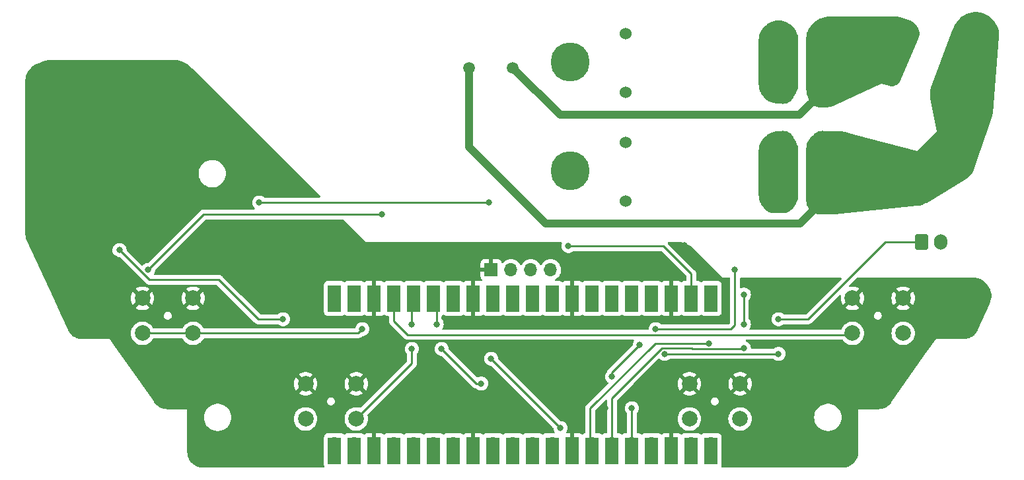
<source format=gbr>
%TF.GenerationSoftware,KiCad,Pcbnew,7.0.8-7.0.8~ubuntu20.04.1*%
%TF.CreationDate,2023-11-26T17:45:29+01:00*%
%TF.ProjectId,bouilloire_pcb,626f7569-6c6c-46f6-9972-655f7063622e,rev?*%
%TF.SameCoordinates,Original*%
%TF.FileFunction,Copper,L2,Bot*%
%TF.FilePolarity,Positive*%
%FSLAX46Y46*%
G04 Gerber Fmt 4.6, Leading zero omitted, Abs format (unit mm)*
G04 Created by KiCad (PCBNEW 7.0.8-7.0.8~ubuntu20.04.1) date 2023-11-26 17:45:29*
%MOMM*%
%LPD*%
G01*
G04 APERTURE LIST*
G04 Aperture macros list*
%AMRoundRect*
0 Rectangle with rounded corners*
0 $1 Rounding radius*
0 $2 $3 $4 $5 $6 $7 $8 $9 X,Y pos of 4 corners*
0 Add a 4 corners polygon primitive as box body*
4,1,4,$2,$3,$4,$5,$6,$7,$8,$9,$2,$3,0*
0 Add four circle primitives for the rounded corners*
1,1,$1+$1,$2,$3*
1,1,$1+$1,$4,$5*
1,1,$1+$1,$6,$7*
1,1,$1+$1,$8,$9*
0 Add four rect primitives between the rounded corners*
20,1,$1+$1,$2,$3,$4,$5,0*
20,1,$1+$1,$4,$5,$6,$7,0*
20,1,$1+$1,$6,$7,$8,$9,0*
20,1,$1+$1,$8,$9,$2,$3,0*%
G04 Aperture macros list end*
%TA.AperFunction,ComponentPad*%
%ADD10R,1.700000X1.700000*%
%TD*%
%TA.AperFunction,ComponentPad*%
%ADD11O,1.700000X1.700000*%
%TD*%
%TA.AperFunction,ComponentPad*%
%ADD12C,2.000000*%
%TD*%
%TA.AperFunction,ComponentPad*%
%ADD13C,3.000000*%
%TD*%
%TA.AperFunction,ComponentPad*%
%ADD14C,1.524000*%
%TD*%
%TA.AperFunction,ComponentPad*%
%ADD15C,5.000000*%
%TD*%
%TA.AperFunction,ComponentPad*%
%ADD16RoundRect,0.250000X-0.600000X-0.750000X0.600000X-0.750000X0.600000X0.750000X-0.600000X0.750000X0*%
%TD*%
%TA.AperFunction,ComponentPad*%
%ADD17O,1.700000X2.000000*%
%TD*%
%TA.AperFunction,SMDPad,CuDef*%
%ADD18R,1.700000X3.500000*%
%TD*%
%TA.AperFunction,ViaPad*%
%ADD19C,0.800000*%
%TD*%
%TA.AperFunction,ViaPad*%
%ADD20C,1.500000*%
%TD*%
%TA.AperFunction,Conductor*%
%ADD21C,1.000000*%
%TD*%
%TA.AperFunction,Conductor*%
%ADD22C,0.250000*%
%TD*%
G04 APERTURE END LIST*
D10*
%TO.P,J1,1,Pin_1*%
%TO.N,GND*%
X59690000Y25400000D03*
D11*
%TO.P,J1,2,Pin_2*%
%TO.N,+5V*%
X62230000Y25400000D03*
%TO.P,J1,3,Pin_3*%
%TO.N,/SCL*%
X64770000Y25400000D03*
%TO.P,J1,4,Pin_4*%
%TO.N,/SDA*%
X67310000Y25400000D03*
%TD*%
D12*
%TO.P,SW2,1,1*%
%TO.N,GND*%
X35910000Y10750000D03*
X42410000Y10750000D03*
%TO.P,SW2,2,2*%
%TO.N,/BTN_MINUS*%
X35910000Y6250000D03*
X42410000Y6250000D03*
%TD*%
D13*
%TO.P,K2,13*%
%TO.N,/RESISTOR_B*%
X97105000Y55725000D03*
X97105000Y48225000D03*
%TO.P,K2,14*%
%TO.N,LINE*%
X102145000Y55725000D03*
X102145000Y48225000D03*
D14*
%TO.P,K2,A1*%
%TO.N,+12V*%
X76945000Y55725000D03*
%TO.P,K2,A2*%
%TO.N,Net-(Q2-C)*%
X76945000Y48225000D03*
%TD*%
D13*
%TO.P,K1,13*%
%TO.N,/RESISTOR_A*%
X97105000Y41755000D03*
X97105000Y34255000D03*
%TO.P,K1,14*%
%TO.N,NEUT*%
X102145000Y41755000D03*
X102145000Y34255000D03*
D14*
%TO.P,K1,A1*%
%TO.N,+12V*%
X76945000Y41755000D03*
%TO.P,K1,A2*%
%TO.N,Net-(Q1-C)*%
X76945000Y34255000D03*
%TD*%
D15*
%TO.P,J5,1,Pin_1*%
%TO.N,/RESISTOR_A*%
X69850000Y38100000D03*
%TD*%
%TO.P,J6,1,Pin_1*%
%TO.N,/RESISTOR_B*%
X69850000Y52070000D03*
%TD*%
D13*
%TO.P,J4,1,Pin_1*%
%TO.N,LINE*%
X112628731Y55573639D03*
X110891269Y50800000D03*
%TD*%
D12*
%TO.P,SW1,1,1*%
%TO.N,GND*%
X15000000Y21750000D03*
X21500000Y21750000D03*
%TO.P,SW1,2,2*%
%TO.N,/BTN_PROG*%
X15000000Y17250000D03*
X21500000Y17250000D03*
%TD*%
D16*
%TO.P,J2,1,Pin_1*%
%TO.N,+3.3V*%
X114848000Y28956000D03*
D17*
%TO.P,J2,2,Pin_2*%
%TO.N,/TEMPERATURE_PIN*%
X117348000Y28956000D03*
%TD*%
D12*
%TO.P,SW3,1,1*%
%TO.N,GND*%
X85100000Y10750000D03*
X91600000Y10750000D03*
%TO.P,SW3,2,2*%
%TO.N,/BTN_PLUS*%
X85100000Y6250000D03*
X91600000Y6250000D03*
%TD*%
D13*
%TO.P,J3,1,Pin_1*%
%TO.N,NEUT*%
X119781269Y50953180D03*
X121518731Y55726819D03*
%TD*%
D12*
%TO.P,SW4,1,1*%
%TO.N,GND*%
X106000000Y21750000D03*
X112500000Y21750000D03*
%TO.P,SW4,2,2*%
%TO.N,/BTN_ON_OFF*%
X106000000Y17250000D03*
X112500000Y17250000D03*
%TD*%
D11*
%TO.P,U1,1,GPIO0*%
%TO.N,unconnected-(U1-GPIO0-Pad1)*%
X87884000Y3048000D03*
D18*
X87884000Y2148000D03*
D11*
%TO.P,U1,2,GPIO1*%
%TO.N,unconnected-(U1-GPIO1-Pad2)*%
X85344000Y3048000D03*
D18*
X85344000Y2148000D03*
D10*
%TO.P,U1,3,GND*%
%TO.N,GND*%
X82804000Y3048000D03*
D18*
X82804000Y2148000D03*
D11*
%TO.P,U1,4,GPIO2*%
%TO.N,/TRIG_RELAY_A*%
X80264000Y3048000D03*
D18*
X80264000Y2148000D03*
D11*
%TO.P,U1,5,GPIO3*%
%TO.N,/TRIG_RELAY_B*%
X77724000Y3048000D03*
D18*
X77724000Y2148000D03*
D11*
%TO.P,U1,6,GPIO4*%
%TO.N,/SDA*%
X75184000Y3048000D03*
D18*
X75184000Y2148000D03*
D11*
%TO.P,U1,7,GPIO5*%
%TO.N,/SCL*%
X72644000Y3048000D03*
D18*
X72644000Y2148000D03*
D10*
%TO.P,U1,8,GND*%
%TO.N,GND*%
X70104000Y3048000D03*
D18*
X70104000Y2148000D03*
D11*
%TO.P,U1,9,GPIO6*%
%TO.N,unconnected-(U1-GPIO6-Pad9)*%
X67564000Y3048000D03*
D18*
X67564000Y2148000D03*
D11*
%TO.P,U1,10,GPIO7*%
%TO.N,unconnected-(U1-GPIO7-Pad10)*%
X65024000Y3048000D03*
D18*
X65024000Y2148000D03*
D11*
%TO.P,U1,11,GPIO8*%
%TO.N,unconnected-(U1-GPIO8-Pad11)*%
X62484000Y3048000D03*
D18*
X62484000Y2148000D03*
D11*
%TO.P,U1,12,GPIO9*%
%TO.N,unconnected-(U1-GPIO9-Pad12)*%
X59944000Y3048000D03*
D18*
X59944000Y2148000D03*
D10*
%TO.P,U1,13,GND*%
%TO.N,GND*%
X57404000Y3048000D03*
D18*
X57404000Y2148000D03*
D11*
%TO.P,U1,14,GPIO10*%
%TO.N,unconnected-(U1-GPIO10-Pad14)*%
X54864000Y3048000D03*
D18*
X54864000Y2148000D03*
D11*
%TO.P,U1,15,GPIO11*%
%TO.N,unconnected-(U1-GPIO11-Pad15)*%
X52324000Y3048000D03*
D18*
X52324000Y2148000D03*
D11*
%TO.P,U1,16,GPIO12*%
%TO.N,unconnected-(U1-GPIO12-Pad16)*%
X49784000Y3048000D03*
D18*
X49784000Y2148000D03*
D11*
%TO.P,U1,17,GPIO13*%
%TO.N,unconnected-(U1-GPIO13-Pad17)*%
X47244000Y3048000D03*
D18*
X47244000Y2148000D03*
D10*
%TO.P,U1,18,GND*%
%TO.N,GND*%
X44704000Y3048000D03*
D18*
X44704000Y2148000D03*
D11*
%TO.P,U1,19,GPIO14*%
%TO.N,unconnected-(U1-GPIO14-Pad19)*%
X42164000Y3048000D03*
D18*
X42164000Y2148000D03*
D11*
%TO.P,U1,20,GPIO15*%
%TO.N,unconnected-(U1-GPIO15-Pad20)*%
X39624000Y3048000D03*
D18*
X39624000Y2148000D03*
D11*
%TO.P,U1,21,GPIO16*%
%TO.N,/LEDS*%
X39624000Y20828000D03*
D18*
X39624000Y21728000D03*
D11*
%TO.P,U1,22,GPIO17*%
%TO.N,unconnected-(U1-GPIO17-Pad22)*%
X42164000Y20828000D03*
D18*
X42164000Y21728000D03*
D10*
%TO.P,U1,23,GND*%
%TO.N,GND*%
X44704000Y20828000D03*
D18*
X44704000Y21728000D03*
D11*
%TO.P,U1,24,GPIO18*%
%TO.N,/BTN_ON_OFF*%
X47244000Y20828000D03*
D18*
X47244000Y21728000D03*
D11*
%TO.P,U1,25,GPIO19*%
%TO.N,/BTN_MINUS*%
X49784000Y20828000D03*
D18*
X49784000Y21728000D03*
D11*
%TO.P,U1,26,GPIO20*%
%TO.N,/BTN_PLUS*%
X52324000Y20828000D03*
D18*
X52324000Y21728000D03*
D11*
%TO.P,U1,27,GPIO21*%
%TO.N,/BTN_PROG*%
X54864000Y20828000D03*
D18*
X54864000Y21728000D03*
D10*
%TO.P,U1,28,GND*%
%TO.N,GND*%
X57404000Y20828000D03*
D18*
X57404000Y21728000D03*
D11*
%TO.P,U1,29,GPIO22*%
%TO.N,unconnected-(U1-GPIO22-Pad29)*%
X59944000Y20828000D03*
D18*
X59944000Y21728000D03*
D11*
%TO.P,U1,30,RUN*%
%TO.N,unconnected-(U1-RUN-Pad30)*%
X62484000Y20828000D03*
D18*
X62484000Y21728000D03*
D11*
%TO.P,U1,31,GPIO26_ADC0*%
%TO.N,/TEMPERATURE_PIN*%
X65024000Y20828000D03*
D18*
X65024000Y21728000D03*
D11*
%TO.P,U1,32,GPIO27_ADC1*%
%TO.N,unconnected-(U1-GPIO27_ADC1-Pad32)*%
X67564000Y20828000D03*
D18*
X67564000Y21728000D03*
D10*
%TO.P,U1,33,AGND*%
%TO.N,GND*%
X70104000Y20828000D03*
D18*
X70104000Y21728000D03*
D11*
%TO.P,U1,34,GPIO28_ADC2*%
%TO.N,unconnected-(U1-GPIO28_ADC2-Pad34)*%
X72644000Y20828000D03*
D18*
X72644000Y21728000D03*
D11*
%TO.P,U1,35,ADC_VREF*%
%TO.N,+3.3V*%
X75184000Y20828000D03*
D18*
X75184000Y21728000D03*
D11*
%TO.P,U1,36,3V3*%
X77724000Y20828000D03*
D18*
X77724000Y21728000D03*
D11*
%TO.P,U1,37,3V3_EN*%
%TO.N,unconnected-(U1-3V3_EN-Pad37)*%
X80264000Y20828000D03*
D18*
X80264000Y21728000D03*
D10*
%TO.P,U1,38,GND*%
%TO.N,GND*%
X82804000Y20828000D03*
D18*
X82804000Y21728000D03*
D11*
%TO.P,U1,39,VSYS*%
%TO.N,+5V*%
X85344000Y20828000D03*
D18*
X85344000Y21728000D03*
D11*
%TO.P,U1,40,VBUS*%
%TO.N,unconnected-(U1-VBUS-Pad40)*%
X87884000Y20828000D03*
D18*
X87884000Y21728000D03*
%TD*%
D19*
%TO.N,GND*%
X84455000Y28575000D03*
X95250000Y18415000D03*
X100330000Y22860000D03*
X74295000Y7620000D03*
X31750000Y15240000D03*
X77470000Y25400000D03*
%TO.N,+5V*%
X69596000Y28448000D03*
X45720000Y32512000D03*
X15748000Y25400000D03*
%TO.N,/SCL*%
X92075000Y18415000D03*
X92075000Y22225000D03*
X87630000Y15965000D03*
%TO.N,/SDA*%
X92075000Y15330000D03*
%TO.N,+3.3V*%
X96520000Y19050000D03*
%TO.N,/TEMPERATURE_PIN*%
X96520000Y14605000D03*
X81915000Y14605000D03*
D20*
%TO.N,LINE*%
X62484000Y51308000D03*
D19*
%TO.N,Net-(Q1-C)*%
X29972000Y34036000D03*
X59436000Y34036000D03*
D20*
%TO.N,NEUT*%
X56896000Y51308000D03*
D19*
%TO.N,/TRIG_RELAY_A*%
X68580000Y5080000D03*
X12065000Y27940000D03*
X33020000Y19050000D03*
X59690000Y13970000D03*
%TO.N,/TRIG_RELAY_B*%
X90932000Y25400000D03*
X80772000Y17780000D03*
X77724000Y7620000D03*
X75184000Y11684000D03*
X78740000Y15748000D03*
%TO.N,/BTN_PROG*%
X43180000Y17780000D03*
%TO.N,/BTN_MINUS*%
X49530000Y18415000D03*
X49530000Y15240000D03*
%TO.N,/BTN_PLUS*%
X53340000Y15240000D03*
X58420000Y10795000D03*
X52705000Y18415000D03*
%TD*%
D21*
%TO.N,NEUT*%
X102145000Y34255000D02*
X99314000Y31369000D01*
X99314000Y31369000D02*
X66675000Y31369000D01*
X66675000Y31369000D02*
X56896000Y41148000D01*
X56896000Y41148000D02*
X56896000Y51308000D01*
%TO.N,LINE*%
X102145000Y48225000D02*
X99187000Y45339000D01*
X99187000Y45339000D02*
X68580000Y45339000D01*
X68580000Y45339000D02*
X62484000Y51308000D01*
D22*
%TO.N,+5V*%
X45720000Y32512000D02*
X22860000Y32512000D01*
X81788000Y28448000D02*
X85344000Y24892000D01*
X85344000Y24892000D02*
X85344000Y20828000D01*
X22860000Y32512000D02*
X15748000Y25400000D01*
X69596000Y28448000D02*
X81788000Y28448000D01*
%TO.N,/SCL*%
X72390000Y3302000D02*
X72390000Y7620000D01*
X92075000Y22225000D02*
X92075000Y18415000D01*
X80735000Y15965000D02*
X87630000Y15965000D01*
X72390000Y7620000D02*
X80735000Y15965000D01*
X72644000Y3048000D02*
X72390000Y3302000D01*
%TO.N,/SDA*%
X81614695Y15330000D02*
X85390305Y15330000D01*
X85480305Y15240000D02*
X91985000Y15240000D01*
X75184000Y8899305D02*
X81614695Y15330000D01*
X85390305Y15330000D02*
X85480305Y15240000D01*
X91985000Y15240000D02*
X92075000Y15330000D01*
X75184000Y3048000D02*
X75184000Y8899305D01*
%TO.N,+3.3V*%
X100330000Y19050000D02*
X96520000Y19050000D01*
X114848000Y28956000D02*
X110236000Y28956000D01*
X110236000Y28956000D02*
X100330000Y19050000D01*
%TO.N,/TEMPERATURE_PIN*%
X96520000Y14605000D02*
X81915000Y14605000D01*
%TO.N,Net-(Q1-C)*%
X29972000Y34036000D02*
X59436000Y34036000D01*
%TO.N,/TRIG_RELAY_A*%
X24765000Y24130000D02*
X29845000Y19050000D01*
X59690000Y13970000D02*
X68580000Y5080000D01*
X29845000Y19050000D02*
X33020000Y19050000D01*
X15875000Y24130000D02*
X24765000Y24130000D01*
X12065000Y27940000D02*
X15875000Y24130000D01*
%TO.N,/TRIG_RELAY_B*%
X90424000Y17780000D02*
X80772000Y17780000D01*
X78740000Y15748000D02*
X75184000Y12192000D01*
X77724000Y7620000D02*
X77724000Y3048000D01*
X75184000Y12192000D02*
X75184000Y11684000D01*
X90932000Y18288000D02*
X90424000Y17780000D01*
X90932000Y25400000D02*
X90932000Y18288000D01*
%TO.N,/BTN_PROG*%
X21500000Y17250000D02*
X15000000Y17250000D01*
X42650000Y17250000D02*
X43180000Y17780000D01*
X21500000Y17250000D02*
X42650000Y17250000D01*
%TO.N,/BTN_MINUS*%
X49530000Y13370000D02*
X49530000Y15240000D01*
X50165000Y20447000D02*
X49784000Y20828000D01*
X49530000Y20574000D02*
X49784000Y20828000D01*
X42410000Y6250000D02*
X49530000Y13370000D01*
X49530000Y18415000D02*
X49530000Y20574000D01*
%TO.N,/BTN_PLUS*%
X52705000Y18415000D02*
X52705000Y20447000D01*
X57785000Y10795000D02*
X53340000Y15240000D01*
X58420000Y10795000D02*
X57785000Y10795000D01*
X52705000Y20447000D02*
X52324000Y20828000D01*
%TO.N,/BTN_ON_OFF*%
X48985000Y17055000D02*
X47244000Y18796000D01*
X105805000Y17055000D02*
X48985000Y17055000D01*
X106000000Y17250000D02*
X105805000Y17055000D01*
X47244000Y18796000D02*
X47244000Y20828000D01*
%TD*%
%TA.AperFunction,Conductor*%
%TO.N,GND*%
G36*
X19079094Y52323902D02*
G01*
X19409774Y52305332D01*
X19416689Y52304553D01*
X19741484Y52249367D01*
X19748268Y52247819D01*
X20064853Y52156612D01*
X20071420Y52154314D01*
X20375787Y52028242D01*
X20382056Y52025223D01*
X20670411Y51865855D01*
X20676302Y51862153D01*
X20884540Y51714400D01*
X20944981Y51671515D01*
X20950421Y51667177D01*
X21197391Y51446471D01*
X21199918Y51444081D01*
X37770819Y34873181D01*
X37804304Y34811858D01*
X37799320Y34742166D01*
X37757448Y34686233D01*
X37691984Y34661816D01*
X37683138Y34661500D01*
X30675748Y34661500D01*
X30608709Y34681185D01*
X30583600Y34702526D01*
X30580788Y34705647D01*
X30577871Y34708888D01*
X30424730Y34820151D01*
X30251803Y34897144D01*
X30066646Y34936500D01*
X29877354Y34936500D01*
X29776825Y34915132D01*
X29692197Y34897144D01*
X29692192Y34897142D01*
X29519270Y34820151D01*
X29519265Y34820148D01*
X29490846Y34799500D01*
X29366129Y34708888D01*
X29239467Y34568216D01*
X29239466Y34568214D01*
X29144821Y34404284D01*
X29144818Y34404277D01*
X29096315Y34255000D01*
X29086326Y34224256D01*
X29066540Y34036000D01*
X29086326Y33847744D01*
X29086326Y33847741D01*
X29086327Y33847740D01*
X29144818Y33667722D01*
X29144821Y33667715D01*
X29239466Y33503785D01*
X29366128Y33363112D01*
X29367909Y33361819D01*
X29368690Y33360805D01*
X29370958Y33358764D01*
X29370584Y33358349D01*
X29410576Y33306490D01*
X29416556Y33236876D01*
X29383950Y33175081D01*
X29323112Y33140723D01*
X29295025Y33137500D01*
X22942743Y33137500D01*
X22927122Y33139224D01*
X22927096Y33138939D01*
X22919340Y33139671D01*
X22919333Y33139673D01*
X22850186Y33137500D01*
X22820650Y33137500D01*
X22814955Y33136780D01*
X22813772Y33136631D01*
X22807944Y33136172D01*
X22775147Y33135141D01*
X22761372Y33134709D01*
X22742144Y33129122D01*
X22723086Y33125174D01*
X22703208Y33122664D01*
X22703206Y33122663D01*
X22703204Y33122663D01*
X22659887Y33105512D01*
X22654358Y33103619D01*
X22609609Y33090618D01*
X22609606Y33090616D01*
X22592371Y33080423D01*
X22574894Y33071861D01*
X22556270Y33064487D01*
X22556269Y33064486D01*
X22556268Y33064486D01*
X22518545Y33037079D01*
X22513693Y33033892D01*
X22486777Y33017975D01*
X22473583Y33010172D01*
X22473574Y33010165D01*
X22459415Y32996006D01*
X22444621Y32983369D01*
X22428413Y32971594D01*
X22428411Y32971592D01*
X22398709Y32935688D01*
X22394786Y32931376D01*
X17423758Y27960349D01*
X15800228Y26336819D01*
X15738905Y26303334D01*
X15712547Y26300500D01*
X15653354Y26300500D01*
X15516462Y26271403D01*
X15468197Y26261144D01*
X15468192Y26261142D01*
X15295270Y26184151D01*
X15295265Y26184148D01*
X15175992Y26097491D01*
X15142129Y26072888D01*
X15075376Y25998751D01*
X15015889Y25962103D01*
X14946032Y25963434D01*
X14895547Y25994041D01*
X13003958Y27885631D01*
X12970475Y27946952D01*
X12968323Y27960325D01*
X12950674Y28128256D01*
X12892179Y28308284D01*
X12797533Y28472216D01*
X12670871Y28612888D01*
X12517730Y28724151D01*
X12344803Y28801144D01*
X12159646Y28840500D01*
X11970354Y28840500D01*
X11856426Y28816284D01*
X11785197Y28801144D01*
X11785192Y28801142D01*
X11612270Y28724151D01*
X11612265Y28724148D01*
X11491292Y28636256D01*
X11459129Y28612888D01*
X11332467Y28472216D01*
X11250647Y28330500D01*
X11237821Y28308284D01*
X11237818Y28308277D01*
X11188338Y28155992D01*
X11179326Y28128256D01*
X11159540Y27940000D01*
X11179326Y27751744D01*
X11179326Y27751741D01*
X11179327Y27751740D01*
X11237818Y27571722D01*
X11237821Y27571715D01*
X11332466Y27407785D01*
X11459129Y27267111D01*
X11612265Y27155851D01*
X11612270Y27155848D01*
X11785192Y27078857D01*
X11785197Y27078855D01*
X11937897Y27046398D01*
X11970354Y27039500D01*
X12029548Y27039500D01*
X12096587Y27019815D01*
X12117229Y27003181D01*
X15374197Y23746211D01*
X15384021Y23733952D01*
X15384241Y23734134D01*
X15389213Y23728123D01*
X15439651Y23680758D01*
X15460528Y23659881D01*
X15460542Y23659869D01*
X15466013Y23655624D01*
X15470446Y23651838D01*
X15504410Y23619943D01*
X15504422Y23619935D01*
X15521978Y23610282D01*
X15538226Y23599609D01*
X15554058Y23587329D01*
X15554068Y23587324D01*
X15596839Y23568815D01*
X15602086Y23566244D01*
X15642907Y23543803D01*
X15642911Y23543801D01*
X15662316Y23538818D01*
X15680710Y23532521D01*
X15699107Y23524561D01*
X15699104Y23524561D01*
X15745129Y23517272D01*
X15750850Y23516087D01*
X15795981Y23504500D01*
X15816016Y23504500D01*
X15835413Y23502973D01*
X15839983Y23502249D01*
X15855194Y23499840D01*
X15855195Y23499840D01*
X15855196Y23499840D01*
X15901584Y23504225D01*
X15907422Y23504500D01*
X24454548Y23504500D01*
X24521587Y23484815D01*
X24542229Y23468181D01*
X29344199Y18666208D01*
X29354020Y18653951D01*
X29354241Y18654134D01*
X29359213Y18648123D01*
X29409636Y18600772D01*
X29430519Y18579889D01*
X29430532Y18579877D01*
X29436017Y18575621D01*
X29440447Y18571837D01*
X29474418Y18539937D01*
X29474420Y18539936D01*
X29491976Y18530284D01*
X29508226Y18519610D01*
X29524061Y18507329D01*
X29524068Y18507324D01*
X29566838Y18488815D01*
X29572084Y18486245D01*
X29612906Y18463803D01*
X29632307Y18458822D01*
X29650710Y18452521D01*
X29669102Y18444562D01*
X29669105Y18444561D01*
X29715127Y18437271D01*
X29720846Y18436087D01*
X29765972Y18424501D01*
X29765980Y18424500D01*
X29765981Y18424500D01*
X29786016Y18424500D01*
X29805413Y18422973D01*
X29806665Y18422775D01*
X29825194Y18419840D01*
X29825195Y18419840D01*
X29825196Y18419840D01*
X29871584Y18424225D01*
X29877422Y18424500D01*
X32316252Y18424500D01*
X32383291Y18404815D01*
X32408400Y18383474D01*
X32414126Y18377114D01*
X32414130Y18377110D01*
X32567265Y18265851D01*
X32567270Y18265848D01*
X32740192Y18188857D01*
X32740197Y18188855D01*
X32892897Y18156398D01*
X32925354Y18149500D01*
X32925355Y18149500D01*
X33114645Y18149500D01*
X33114646Y18149500D01*
X33154001Y18157865D01*
X33299802Y18188855D01*
X33299807Y18188857D01*
X33472729Y18265848D01*
X33472734Y18265851D01*
X33625870Y18377111D01*
X33650815Y18404815D01*
X33752533Y18517784D01*
X33847179Y18681716D01*
X33905674Y18861744D01*
X33925460Y19050000D01*
X33905674Y19238256D01*
X33847179Y19418284D01*
X33752533Y19582216D01*
X33625871Y19722888D01*
X33472730Y19834151D01*
X33299803Y19911144D01*
X33114646Y19950500D01*
X32925354Y19950500D01*
X32829506Y19930127D01*
X32740197Y19911144D01*
X32740192Y19911142D01*
X32567270Y19834151D01*
X32567265Y19834148D01*
X32414130Y19722889D01*
X32414126Y19722885D01*
X32408400Y19716526D01*
X32348913Y19679879D01*
X32316252Y19675500D01*
X30155452Y19675500D01*
X30088413Y19695185D01*
X30067771Y19711819D01*
X27676037Y22103553D01*
X25265801Y24513788D01*
X25255986Y24526042D01*
X25255764Y24525859D01*
X25250792Y24531866D01*
X25250786Y24531877D01*
X25217882Y24562775D01*
X25200364Y24579227D01*
X25189918Y24589671D01*
X25179471Y24600120D01*
X25173978Y24604379D01*
X25169561Y24608152D01*
X25135582Y24640062D01*
X25118020Y24649715D01*
X25101770Y24660389D01*
X25085936Y24672673D01*
X25043167Y24691180D01*
X25037924Y24693749D01*
X25033913Y24695953D01*
X24997092Y24716197D01*
X24977691Y24721177D01*
X24959288Y24727478D01*
X24940896Y24735438D01*
X24894849Y24742730D01*
X24889159Y24743909D01*
X24844019Y24755500D01*
X24844016Y24755500D01*
X24823984Y24755500D01*
X24804586Y24757026D01*
X24784804Y24760160D01*
X24739097Y24755839D01*
X24738416Y24755775D01*
X24732578Y24755500D01*
X16630480Y24755500D01*
X16563441Y24775185D01*
X16517686Y24827989D01*
X16507742Y24897147D01*
X16523093Y24941500D01*
X16562556Y25009853D01*
X16575179Y25031716D01*
X16633674Y25211744D01*
X16651321Y25379653D01*
X16677904Y25444265D01*
X16686960Y25454370D01*
X23082772Y31850181D01*
X23144095Y31883666D01*
X23170453Y31886500D01*
X40706138Y31886500D01*
X40773177Y31866815D01*
X40793819Y31850181D01*
X43688000Y28956000D01*
X68643546Y28956000D01*
X68710585Y28936315D01*
X68756340Y28883511D01*
X68766284Y28814353D01*
X68761477Y28793682D01*
X68710326Y28636256D01*
X68690540Y28448000D01*
X68710326Y28259744D01*
X68710326Y28259741D01*
X68710327Y28259740D01*
X68768818Y28079722D01*
X68768821Y28079715D01*
X68863466Y27915785D01*
X68990129Y27775111D01*
X69143265Y27663851D01*
X69143270Y27663848D01*
X69316192Y27586857D01*
X69316197Y27586855D01*
X69468897Y27554398D01*
X69501354Y27547500D01*
X69501355Y27547500D01*
X69690645Y27547500D01*
X69690646Y27547500D01*
X69730001Y27555865D01*
X69875802Y27586855D01*
X69875807Y27586857D01*
X70048729Y27663848D01*
X70048734Y27663851D01*
X70201869Y27775110D01*
X70201873Y27775114D01*
X70207600Y27781474D01*
X70267087Y27818121D01*
X70299748Y27822500D01*
X81477548Y27822500D01*
X81544587Y27802815D01*
X81565229Y27786181D01*
X84682181Y24669228D01*
X84715666Y24607905D01*
X84718500Y24581547D01*
X84718500Y24102499D01*
X84698815Y24035460D01*
X84646011Y23989705D01*
X84594500Y23978499D01*
X84446128Y23978499D01*
X84397757Y23973299D01*
X84386516Y23972091D01*
X84251671Y23921797D01*
X84251670Y23921796D01*
X84251669Y23921796D01*
X84147893Y23844109D01*
X84082430Y23819692D01*
X84014157Y23834543D01*
X83999271Y23844110D01*
X83896089Y23921352D01*
X83896086Y23921354D01*
X83761379Y23971596D01*
X83761372Y23971598D01*
X83701844Y23977999D01*
X83701828Y23978000D01*
X83054000Y23978000D01*
X83054000Y21274494D01*
X82949161Y21322373D01*
X82840473Y21338000D01*
X82767527Y21338000D01*
X82658839Y21322373D01*
X82554000Y21274494D01*
X82554000Y23978000D01*
X81906172Y23978000D01*
X81906155Y23977999D01*
X81846627Y23971598D01*
X81846620Y23971596D01*
X81711913Y23921354D01*
X81711910Y23921352D01*
X81608729Y23844110D01*
X81543265Y23819692D01*
X81474992Y23834543D01*
X81460111Y23844105D01*
X81356331Y23921796D01*
X81221483Y23972091D01*
X81161873Y23978500D01*
X79366128Y23978499D01*
X79317757Y23973299D01*
X79306516Y23972091D01*
X79171671Y23921797D01*
X79171670Y23921796D01*
X79171669Y23921796D01*
X79068309Y23844421D01*
X79002848Y23820004D01*
X78934575Y23834855D01*
X78919696Y23844416D01*
X78816331Y23921796D01*
X78681483Y23972091D01*
X78621873Y23978500D01*
X76826128Y23978499D01*
X76777757Y23973299D01*
X76766516Y23972091D01*
X76631671Y23921797D01*
X76631670Y23921796D01*
X76631669Y23921796D01*
X76528309Y23844421D01*
X76462848Y23820004D01*
X76394575Y23834855D01*
X76379696Y23844416D01*
X76276331Y23921796D01*
X76141483Y23972091D01*
X76081873Y23978500D01*
X74286128Y23978499D01*
X74237757Y23973299D01*
X74226516Y23972091D01*
X74091671Y23921797D01*
X74091670Y23921796D01*
X74091669Y23921796D01*
X73988309Y23844421D01*
X73922848Y23820004D01*
X73854575Y23834855D01*
X73839696Y23844416D01*
X73736331Y23921796D01*
X73601483Y23972091D01*
X73541873Y23978500D01*
X71746128Y23978499D01*
X71697757Y23973299D01*
X71686516Y23972091D01*
X71551671Y23921797D01*
X71551670Y23921796D01*
X71551669Y23921796D01*
X71447893Y23844109D01*
X71382430Y23819692D01*
X71314157Y23834543D01*
X71299271Y23844110D01*
X71196089Y23921352D01*
X71196086Y23921354D01*
X71061379Y23971596D01*
X71061372Y23971598D01*
X71001844Y23977999D01*
X71001828Y23978000D01*
X70354000Y23978000D01*
X70354000Y21274494D01*
X70249161Y21322373D01*
X70140473Y21338000D01*
X70067527Y21338000D01*
X69958839Y21322373D01*
X69854000Y21274494D01*
X69854000Y23978000D01*
X69206172Y23978000D01*
X69206155Y23977999D01*
X69146627Y23971598D01*
X69146620Y23971596D01*
X69011913Y23921354D01*
X69011910Y23921352D01*
X68908729Y23844110D01*
X68843265Y23819692D01*
X68774992Y23834543D01*
X68760111Y23844105D01*
X68656331Y23921796D01*
X68521483Y23972091D01*
X68461873Y23978500D01*
X68016463Y23978499D01*
X67949427Y23998183D01*
X67903672Y24050987D01*
X67893728Y24120146D01*
X67922753Y24183702D01*
X67964059Y24214880D01*
X67987828Y24225964D01*
X67987834Y24225967D01*
X68181395Y24361501D01*
X68181402Y24361506D01*
X68348493Y24528597D01*
X68348495Y24528599D01*
X68449377Y24672673D01*
X68484032Y24722165D01*
X68484034Y24722169D01*
X68484035Y24722170D01*
X68583903Y24936337D01*
X68585287Y24941500D01*
X68606115Y25019234D01*
X68645063Y25164592D01*
X68665659Y25400000D01*
X68645063Y25635408D01*
X68583903Y25863663D01*
X68484035Y26077829D01*
X68348495Y26271401D01*
X68181401Y26438495D01*
X67987830Y26574035D01*
X67773663Y26673903D01*
X67545408Y26735063D01*
X67349234Y26752226D01*
X67310001Y26755659D01*
X67309999Y26755659D01*
X67262918Y26751539D01*
X67074592Y26735063D01*
X66846337Y26673903D01*
X66632171Y26574035D01*
X66632169Y26574034D01*
X66438597Y26438494D01*
X66271506Y26271403D01*
X66222497Y26201410D01*
X66141573Y26085838D01*
X66086999Y26042215D01*
X66017500Y26035021D01*
X65955145Y26066543D01*
X65938428Y26085836D01*
X65808495Y26271401D01*
X65641401Y26438495D01*
X65447830Y26574035D01*
X65233663Y26673903D01*
X65005408Y26735063D01*
X64809234Y26752226D01*
X64770001Y26755659D01*
X64769999Y26755659D01*
X64722918Y26751539D01*
X64534592Y26735063D01*
X64306337Y26673903D01*
X64092171Y26574035D01*
X64092169Y26574034D01*
X63898597Y26438494D01*
X63731506Y26271403D01*
X63682497Y26201410D01*
X63601573Y26085838D01*
X63546999Y26042215D01*
X63477500Y26035021D01*
X63415145Y26066543D01*
X63398428Y26085836D01*
X63268495Y26271401D01*
X63101401Y26438495D01*
X62907830Y26574035D01*
X62693663Y26673903D01*
X62465408Y26735063D01*
X62269234Y26752226D01*
X62230001Y26755659D01*
X62229999Y26755659D01*
X62182918Y26751539D01*
X61994592Y26735063D01*
X61766337Y26673903D01*
X61552171Y26574035D01*
X61552169Y26574034D01*
X61358597Y26438494D01*
X61236284Y26316181D01*
X61174961Y26282696D01*
X61105269Y26287680D01*
X61049336Y26329552D01*
X61032421Y26360530D01*
X60983355Y26492084D01*
X60983350Y26492093D01*
X60897190Y26607187D01*
X60897187Y26607190D01*
X60782093Y26693350D01*
X60782086Y26693354D01*
X60647379Y26743596D01*
X60647372Y26743598D01*
X60587844Y26749999D01*
X60587828Y26750000D01*
X59940000Y26750000D01*
X59940000Y25835501D01*
X59832315Y25884680D01*
X59725763Y25900000D01*
X59654237Y25900000D01*
X59547685Y25884680D01*
X59440000Y25835501D01*
X59440000Y26750000D01*
X58792172Y26750000D01*
X58792155Y26749999D01*
X58732627Y26743598D01*
X58732620Y26743596D01*
X58597913Y26693354D01*
X58597906Y26693350D01*
X58482812Y26607190D01*
X58482809Y26607187D01*
X58396649Y26492093D01*
X58396645Y26492086D01*
X58346403Y26357379D01*
X58346401Y26357372D01*
X58340000Y26297844D01*
X58340000Y25650000D01*
X59256314Y25650000D01*
X59230507Y25609844D01*
X59190000Y25471889D01*
X59190000Y25328111D01*
X59230507Y25190156D01*
X59256314Y25150000D01*
X58340000Y25150000D01*
X58340000Y24502155D01*
X58346401Y24442627D01*
X58346403Y24442620D01*
X58396645Y24307913D01*
X58396649Y24307906D01*
X58482809Y24192812D01*
X58482811Y24192810D01*
X58501923Y24178503D01*
X58543793Y24122568D01*
X58548775Y24052876D01*
X58515289Y23991554D01*
X58453965Y23958071D01*
X58384275Y23963057D01*
X58361380Y23971596D01*
X58361372Y23971598D01*
X58301844Y23977999D01*
X58301828Y23978000D01*
X57654000Y23978000D01*
X57654000Y21274494D01*
X57549161Y21322373D01*
X57440473Y21338000D01*
X57367527Y21338000D01*
X57258839Y21322373D01*
X57154000Y21274494D01*
X57154000Y23978000D01*
X56506172Y23978000D01*
X56506155Y23977999D01*
X56446627Y23971598D01*
X56446620Y23971596D01*
X56311913Y23921354D01*
X56311910Y23921352D01*
X56208729Y23844110D01*
X56143265Y23819692D01*
X56074992Y23834543D01*
X56060111Y23844105D01*
X55956331Y23921796D01*
X55821483Y23972091D01*
X55761873Y23978500D01*
X53966128Y23978499D01*
X53917757Y23973299D01*
X53906516Y23972091D01*
X53771671Y23921797D01*
X53771670Y23921796D01*
X53771669Y23921796D01*
X53668309Y23844421D01*
X53602848Y23820004D01*
X53534575Y23834855D01*
X53519696Y23844416D01*
X53416331Y23921796D01*
X53281483Y23972091D01*
X53221873Y23978500D01*
X51426128Y23978499D01*
X51377757Y23973299D01*
X51366516Y23972091D01*
X51231671Y23921797D01*
X51231670Y23921796D01*
X51231669Y23921796D01*
X51128309Y23844421D01*
X51062848Y23820004D01*
X50994575Y23834855D01*
X50979696Y23844416D01*
X50876331Y23921796D01*
X50741483Y23972091D01*
X50681873Y23978500D01*
X48886128Y23978499D01*
X48837757Y23973299D01*
X48826516Y23972091D01*
X48691671Y23921797D01*
X48691670Y23921796D01*
X48691669Y23921796D01*
X48588309Y23844421D01*
X48522848Y23820004D01*
X48454575Y23834855D01*
X48439696Y23844416D01*
X48336331Y23921796D01*
X48201483Y23972091D01*
X48141873Y23978500D01*
X46346128Y23978499D01*
X46297757Y23973299D01*
X46286516Y23972091D01*
X46151671Y23921797D01*
X46151670Y23921796D01*
X46151669Y23921796D01*
X46047893Y23844109D01*
X45982430Y23819692D01*
X45914157Y23834543D01*
X45899271Y23844110D01*
X45796089Y23921352D01*
X45796086Y23921354D01*
X45661379Y23971596D01*
X45661372Y23971598D01*
X45601844Y23977999D01*
X45601828Y23978000D01*
X44954000Y23978000D01*
X44954000Y21274494D01*
X44849161Y21322373D01*
X44740473Y21338000D01*
X44667527Y21338000D01*
X44558839Y21322373D01*
X44454000Y21274494D01*
X44454000Y23978000D01*
X43806172Y23978000D01*
X43806155Y23977999D01*
X43746627Y23971598D01*
X43746620Y23971596D01*
X43611913Y23921354D01*
X43611910Y23921352D01*
X43508729Y23844110D01*
X43443265Y23819692D01*
X43374992Y23834543D01*
X43360111Y23844105D01*
X43256331Y23921796D01*
X43121483Y23972091D01*
X43061873Y23978500D01*
X41266128Y23978499D01*
X41217757Y23973299D01*
X41206516Y23972091D01*
X41071671Y23921797D01*
X41071670Y23921796D01*
X41071669Y23921796D01*
X40968309Y23844421D01*
X40902848Y23820004D01*
X40834575Y23834855D01*
X40819696Y23844416D01*
X40716331Y23921796D01*
X40581483Y23972091D01*
X40521873Y23978500D01*
X38726128Y23978499D01*
X38677757Y23973299D01*
X38666516Y23972091D01*
X38531671Y23921797D01*
X38531664Y23921793D01*
X38416455Y23835547D01*
X38416452Y23835544D01*
X38330206Y23720335D01*
X38330202Y23720328D01*
X38279908Y23585482D01*
X38274892Y23538818D01*
X38273501Y23525876D01*
X38273500Y23525864D01*
X38273500Y20889678D01*
X38273264Y20884279D01*
X38268341Y20828000D01*
X38273263Y20771729D01*
X38273264Y20771724D01*
X38273500Y20766319D01*
X38273500Y19930129D01*
X38273501Y19930123D01*
X38279908Y19870516D01*
X38330202Y19735671D01*
X38330206Y19735664D01*
X38416452Y19620455D01*
X38416455Y19620452D01*
X38531664Y19534206D01*
X38531671Y19534202D01*
X38666517Y19483908D01*
X38666516Y19483908D01*
X38726116Y19477501D01*
X38726119Y19477500D01*
X38726127Y19477500D01*
X39562322Y19477500D01*
X39567723Y19477264D01*
X39597875Y19474626D01*
X39623998Y19472341D01*
X39624000Y19472341D01*
X39624002Y19472341D01*
X39645202Y19474195D01*
X39680277Y19477264D01*
X39685677Y19477500D01*
X40521870Y19477500D01*
X40521876Y19477501D01*
X40581483Y19483908D01*
X40716328Y19534202D01*
X40716330Y19534203D01*
X40819689Y19611578D01*
X40885153Y19635995D01*
X40953426Y19621144D01*
X40968311Y19611578D01*
X41071669Y19534203D01*
X41071671Y19534202D01*
X41206517Y19483908D01*
X41206516Y19483908D01*
X41266116Y19477501D01*
X41266119Y19477500D01*
X41266127Y19477500D01*
X42102322Y19477500D01*
X42107723Y19477264D01*
X42137875Y19474626D01*
X42163998Y19472341D01*
X42164000Y19472341D01*
X42164002Y19472341D01*
X42185202Y19474195D01*
X42220277Y19477264D01*
X42225677Y19477500D01*
X43061870Y19477500D01*
X43061876Y19477501D01*
X43121483Y19483908D01*
X43256328Y19534202D01*
X43256335Y19534206D01*
X43360105Y19611889D01*
X43425569Y19636307D01*
X43493842Y19621456D01*
X43508727Y19611890D01*
X43611910Y19534647D01*
X43611913Y19534645D01*
X43746620Y19484403D01*
X43746627Y19484401D01*
X43806155Y19478000D01*
X44454000Y19478000D01*
X44454000Y20381505D01*
X44558839Y20333627D01*
X44667527Y20318000D01*
X44740473Y20318000D01*
X44849161Y20333627D01*
X44954000Y20381505D01*
X44954000Y19478000D01*
X45601844Y19478000D01*
X45661372Y19484401D01*
X45661379Y19484403D01*
X45796086Y19534645D01*
X45796088Y19534646D01*
X45899272Y19611890D01*
X45964736Y19636307D01*
X46033009Y19621456D01*
X46047894Y19611890D01*
X46151669Y19534204D01*
X46151671Y19534202D01*
X46286517Y19483908D01*
X46286516Y19483908D01*
X46346116Y19477501D01*
X46346119Y19477500D01*
X46346127Y19477500D01*
X46494500Y19477500D01*
X46561539Y19457815D01*
X46607294Y19405011D01*
X46618500Y19353500D01*
X46618500Y18878742D01*
X46616775Y18863122D01*
X46617061Y18863096D01*
X46616327Y18855334D01*
X46618500Y18786185D01*
X46618500Y18756648D01*
X46619369Y18749766D01*
X46619826Y18743949D01*
X46621290Y18697373D01*
X46626881Y18678129D01*
X46630825Y18659079D01*
X46633334Y18639211D01*
X46650488Y18595884D01*
X46652379Y18590358D01*
X46665379Y18545614D01*
X46665381Y18545610D01*
X46675579Y18528366D01*
X46684133Y18510905D01*
X46691510Y18492274D01*
X46691517Y18492262D01*
X46718902Y18454570D01*
X46722109Y18449687D01*
X46745829Y18409580D01*
X46759995Y18395414D01*
X46772627Y18380624D01*
X46784404Y18364414D01*
X46784407Y18364411D01*
X46820309Y18334710D01*
X46824631Y18330777D01*
X48484199Y16671208D01*
X48494020Y16658951D01*
X48494241Y16659134D01*
X48499213Y16653123D01*
X48549636Y16605772D01*
X48570519Y16584889D01*
X48570532Y16584877D01*
X48576017Y16580621D01*
X48580447Y16576837D01*
X48614418Y16544937D01*
X48614420Y16544936D01*
X48631976Y16535284D01*
X48648226Y16524610D01*
X48664061Y16512329D01*
X48664068Y16512324D01*
X48706838Y16493815D01*
X48712084Y16491245D01*
X48752906Y16468803D01*
X48772307Y16463822D01*
X48790710Y16457521D01*
X48809102Y16449562D01*
X48809105Y16449561D01*
X48855127Y16442271D01*
X48860846Y16441087D01*
X48905972Y16429501D01*
X48905980Y16429500D01*
X48905981Y16429500D01*
X48926016Y16429500D01*
X48945413Y16427973D01*
X48947239Y16427684D01*
X48965194Y16424840D01*
X48965195Y16424840D01*
X48965196Y16424840D01*
X49011584Y16429225D01*
X49017422Y16429500D01*
X77878882Y16429500D01*
X77945921Y16409815D01*
X77991676Y16357011D01*
X78001620Y16287853D01*
X77986269Y16243500D01*
X77912821Y16116284D01*
X77912818Y16116277D01*
X77857096Y15944782D01*
X77854326Y15936256D01*
X77846544Y15862216D01*
X77836678Y15768348D01*
X77810093Y15703733D01*
X77801038Y15693629D01*
X74800212Y12692803D01*
X74787950Y12682980D01*
X74788134Y12682759D01*
X74782123Y12677786D01*
X74734773Y12627364D01*
X74724328Y12616919D01*
X74713883Y12606475D01*
X74709625Y12600986D01*
X74705847Y12596561D01*
X74676070Y12564853D01*
X74673936Y12562580D01*
X74673935Y12562577D01*
X74664288Y12545029D01*
X74653604Y12528763D01*
X74641325Y12512933D01*
X74622818Y12470168D01*
X74620248Y12464922D01*
X74597804Y12424094D01*
X74592821Y12404689D01*
X74586519Y12386283D01*
X74577856Y12366264D01*
X74556204Y12332538D01*
X74451467Y12216216D01*
X74451466Y12216214D01*
X74356821Y12052284D01*
X74356818Y12052277D01*
X74300292Y11878309D01*
X74298326Y11872256D01*
X74278540Y11684000D01*
X74298326Y11495744D01*
X74298326Y11495741D01*
X74298327Y11495740D01*
X74356818Y11315722D01*
X74356821Y11315715D01*
X74451466Y11151785D01*
X74578128Y11011112D01*
X74645083Y10962466D01*
X74687748Y10907136D01*
X74693726Y10837522D01*
X74661119Y10775728D01*
X74659877Y10774468D01*
X72006212Y8120803D01*
X71993950Y8110980D01*
X71994134Y8110759D01*
X71988123Y8105786D01*
X71940773Y8055364D01*
X71931048Y8045639D01*
X71919883Y8034475D01*
X71915625Y8028986D01*
X71911847Y8024561D01*
X71882365Y7993167D01*
X71879936Y7990580D01*
X71879935Y7990577D01*
X71870288Y7973029D01*
X71859605Y7956765D01*
X71857296Y7953787D01*
X71847325Y7940933D01*
X71828818Y7898168D01*
X71826248Y7892922D01*
X71803803Y7852093D01*
X71803802Y7852092D01*
X71798822Y7832693D01*
X71792518Y7814281D01*
X71784562Y7795898D01*
X71784560Y7795892D01*
X71777272Y7749874D01*
X71776087Y7744152D01*
X71764500Y7699021D01*
X71764500Y7678983D01*
X71762973Y7659587D01*
X71760502Y7643985D01*
X71759840Y7639804D01*
X71764225Y7593415D01*
X71764500Y7587577D01*
X71764500Y4507272D01*
X71744815Y4440233D01*
X71692011Y4394478D01*
X71683833Y4391090D01*
X71551671Y4341797D01*
X71551670Y4341796D01*
X71551669Y4341796D01*
X71447893Y4264109D01*
X71382430Y4239692D01*
X71314157Y4254543D01*
X71299271Y4264110D01*
X71196089Y4341352D01*
X71196086Y4341354D01*
X71061379Y4391596D01*
X71061372Y4391598D01*
X71001844Y4397999D01*
X71001828Y4398000D01*
X70354000Y4398000D01*
X70354000Y3494494D01*
X70249161Y3542373D01*
X70140473Y3558000D01*
X70067527Y3558000D01*
X69958839Y3542373D01*
X69854000Y3494494D01*
X69854000Y4398000D01*
X69440829Y4398000D01*
X69373790Y4417685D01*
X69328035Y4470489D01*
X69318091Y4539647D01*
X69333442Y4584000D01*
X69400126Y4699500D01*
X69407179Y4711716D01*
X69465674Y4891744D01*
X69485460Y5080000D01*
X69465674Y5268256D01*
X69407179Y5448284D01*
X69312533Y5612216D01*
X69185871Y5752888D01*
X69032730Y5864151D01*
X68859803Y5941144D01*
X68674646Y5980500D01*
X68674645Y5980500D01*
X68615452Y5980500D01*
X68548413Y6000185D01*
X68527771Y6016819D01*
X64610733Y9933857D01*
X60628958Y13915631D01*
X60595475Y13976952D01*
X60593323Y13990325D01*
X60575674Y14158256D01*
X60517179Y14338284D01*
X60422533Y14502216D01*
X60295871Y14642888D01*
X60142730Y14754151D01*
X59969803Y14831144D01*
X59784646Y14870500D01*
X59595354Y14870500D01*
X59487147Y14847500D01*
X59410197Y14831144D01*
X59410192Y14831142D01*
X59237270Y14754151D01*
X59237265Y14754148D01*
X59173452Y14707785D01*
X59084129Y14642888D01*
X58957467Y14502216D01*
X58908120Y14416744D01*
X58862821Y14338284D01*
X58862818Y14338277D01*
X58851415Y14303181D01*
X58804326Y14158256D01*
X58784540Y13970000D01*
X58804326Y13781744D01*
X58804326Y13781741D01*
X58804327Y13781740D01*
X58862818Y13601722D01*
X58862821Y13601715D01*
X58957466Y13437785D01*
X59084129Y13297111D01*
X59237265Y13185851D01*
X59237270Y13185848D01*
X59410192Y13108857D01*
X59410197Y13108855D01*
X59562897Y13076398D01*
X59595354Y13069500D01*
X59654548Y13069500D01*
X59721587Y13049815D01*
X59742229Y13033181D01*
X67641038Y5134370D01*
X67674523Y5073047D01*
X67676678Y5059651D01*
X67684049Y4989526D01*
X67694326Y4891744D01*
X67694326Y4891741D01*
X67694327Y4891740D01*
X67752818Y4711722D01*
X67752820Y4711718D01*
X67826270Y4584498D01*
X67842742Y4516598D01*
X67819889Y4450571D01*
X67764967Y4407381D01*
X67718882Y4398499D01*
X67625680Y4398499D01*
X67620274Y4398734D01*
X67564000Y4403659D01*
X67507722Y4398734D01*
X67502319Y4398499D01*
X66666128Y4398499D01*
X66617757Y4393299D01*
X66606516Y4392091D01*
X66471671Y4341797D01*
X66471670Y4341796D01*
X66471669Y4341796D01*
X66368309Y4264421D01*
X66302848Y4240004D01*
X66234575Y4254855D01*
X66219696Y4264416D01*
X66116331Y4341796D01*
X65981483Y4392091D01*
X65921873Y4398500D01*
X65085678Y4398499D01*
X65080275Y4398734D01*
X65024000Y4403659D01*
X64967722Y4398734D01*
X64962319Y4398499D01*
X64126128Y4398499D01*
X64077757Y4393299D01*
X64066516Y4392091D01*
X63931671Y4341797D01*
X63931670Y4341796D01*
X63931669Y4341796D01*
X63828309Y4264421D01*
X63762848Y4240004D01*
X63694575Y4254855D01*
X63679696Y4264416D01*
X63576331Y4341796D01*
X63441483Y4392091D01*
X63381873Y4398500D01*
X62545678Y4398499D01*
X62540275Y4398734D01*
X62484000Y4403659D01*
X62427722Y4398734D01*
X62422319Y4398499D01*
X61586128Y4398499D01*
X61537757Y4393299D01*
X61526516Y4392091D01*
X61391671Y4341797D01*
X61391670Y4341796D01*
X61391669Y4341796D01*
X61288309Y4264421D01*
X61222848Y4240004D01*
X61154575Y4254855D01*
X61139696Y4264416D01*
X61036331Y4341796D01*
X60901483Y4392091D01*
X60841873Y4398500D01*
X60005678Y4398499D01*
X60000275Y4398734D01*
X59944000Y4403659D01*
X59887722Y4398734D01*
X59882319Y4398499D01*
X59046128Y4398499D01*
X58997757Y4393299D01*
X58986516Y4392091D01*
X58851671Y4341797D01*
X58851670Y4341796D01*
X58851669Y4341796D01*
X58747893Y4264109D01*
X58682430Y4239692D01*
X58614157Y4254543D01*
X58599271Y4264110D01*
X58496089Y4341352D01*
X58496086Y4341354D01*
X58361379Y4391596D01*
X58361372Y4391598D01*
X58301844Y4397999D01*
X58301828Y4398000D01*
X57654000Y4398000D01*
X57654000Y3494494D01*
X57549161Y3542373D01*
X57440473Y3558000D01*
X57367527Y3558000D01*
X57258839Y3542373D01*
X57154000Y3494494D01*
X57154000Y4398000D01*
X56506172Y4398000D01*
X56506155Y4397999D01*
X56446627Y4391598D01*
X56446620Y4391596D01*
X56311913Y4341354D01*
X56311910Y4341352D01*
X56208729Y4264110D01*
X56143265Y4239692D01*
X56074992Y4254543D01*
X56060111Y4264105D01*
X55956331Y4341796D01*
X55821483Y4392091D01*
X55761873Y4398500D01*
X54925678Y4398499D01*
X54920275Y4398734D01*
X54864000Y4403659D01*
X54807722Y4398734D01*
X54802319Y4398499D01*
X53966128Y4398499D01*
X53917757Y4393299D01*
X53906516Y4392091D01*
X53771671Y4341797D01*
X53771670Y4341796D01*
X53771669Y4341796D01*
X53668309Y4264421D01*
X53602848Y4240004D01*
X53534575Y4254855D01*
X53519696Y4264416D01*
X53416331Y4341796D01*
X53281483Y4392091D01*
X53221873Y4398500D01*
X52385678Y4398499D01*
X52380275Y4398734D01*
X52324000Y4403659D01*
X52267722Y4398734D01*
X52262319Y4398499D01*
X51426128Y4398499D01*
X51377757Y4393299D01*
X51366516Y4392091D01*
X51231671Y4341797D01*
X51231670Y4341796D01*
X51231669Y4341796D01*
X51128309Y4264421D01*
X51062848Y4240004D01*
X50994575Y4254855D01*
X50979696Y4264416D01*
X50876331Y4341796D01*
X50741483Y4392091D01*
X50681873Y4398500D01*
X49845678Y4398499D01*
X49840275Y4398734D01*
X49784000Y4403659D01*
X49727722Y4398734D01*
X49722319Y4398499D01*
X48886128Y4398499D01*
X48837757Y4393299D01*
X48826516Y4392091D01*
X48691671Y4341797D01*
X48691670Y4341796D01*
X48691669Y4341796D01*
X48588309Y4264421D01*
X48522848Y4240004D01*
X48454575Y4254855D01*
X48439696Y4264416D01*
X48336331Y4341796D01*
X48201483Y4392091D01*
X48141873Y4398500D01*
X47305678Y4398499D01*
X47300275Y4398734D01*
X47244000Y4403659D01*
X47187722Y4398734D01*
X47182319Y4398499D01*
X46346128Y4398499D01*
X46297757Y4393299D01*
X46286516Y4392091D01*
X46151671Y4341797D01*
X46151670Y4341796D01*
X46151669Y4341796D01*
X46047893Y4264109D01*
X45982430Y4239692D01*
X45914157Y4254543D01*
X45899271Y4264110D01*
X45796089Y4341352D01*
X45796086Y4341354D01*
X45661379Y4391596D01*
X45661372Y4391598D01*
X45601844Y4397999D01*
X45601828Y4398000D01*
X44954000Y4398000D01*
X44954000Y3494494D01*
X44849161Y3542373D01*
X44740473Y3558000D01*
X44667527Y3558000D01*
X44558839Y3542373D01*
X44454000Y3494494D01*
X44454000Y4398000D01*
X43806172Y4398000D01*
X43806155Y4397999D01*
X43746627Y4391598D01*
X43746620Y4391596D01*
X43611913Y4341354D01*
X43611910Y4341352D01*
X43508729Y4264110D01*
X43443265Y4239692D01*
X43374992Y4254543D01*
X43360111Y4264105D01*
X43256331Y4341796D01*
X43121483Y4392091D01*
X43061873Y4398500D01*
X42225678Y4398499D01*
X42220275Y4398734D01*
X42164000Y4403659D01*
X42107722Y4398734D01*
X42102319Y4398499D01*
X41266128Y4398499D01*
X41217757Y4393299D01*
X41206516Y4392091D01*
X41071671Y4341797D01*
X41071670Y4341796D01*
X41071669Y4341796D01*
X40968309Y4264421D01*
X40902848Y4240004D01*
X40834575Y4254855D01*
X40819696Y4264416D01*
X40716331Y4341796D01*
X40581483Y4392091D01*
X40521873Y4398500D01*
X39685678Y4398499D01*
X39680275Y4398734D01*
X39624000Y4403659D01*
X39567722Y4398734D01*
X39562319Y4398499D01*
X38726128Y4398499D01*
X38677757Y4393299D01*
X38666516Y4392091D01*
X38531671Y4341797D01*
X38531664Y4341793D01*
X38416455Y4255547D01*
X38416452Y4255544D01*
X38330206Y4140335D01*
X38330202Y4140328D01*
X38279908Y4005482D01*
X38273501Y3945883D01*
X38273501Y3945876D01*
X38273500Y3945864D01*
X38273500Y3109674D01*
X38273264Y3104268D01*
X38268341Y3048000D01*
X38268341Y3047998D01*
X38273264Y2991729D01*
X38273500Y2986323D01*
X38273500Y350129D01*
X38273501Y350123D01*
X38279908Y290516D01*
X38325667Y167833D01*
X38330651Y98141D01*
X38297166Y36818D01*
X38235843Y3334D01*
X38209485Y500D01*
X22829129Y500D01*
X22750068Y1911D01*
X22723524Y3334D01*
X22643129Y7644D01*
X22607685Y10179D01*
X22468291Y25165D01*
X22463919Y25793D01*
X22328134Y50291D01*
X22323827Y51228D01*
X22190091Y85361D01*
X22185902Y86591D01*
X22054929Y130183D01*
X22050842Y131707D01*
X21923307Y184533D01*
X21919332Y186349D01*
X21795912Y248128D01*
X21792058Y250233D01*
X21673357Y320661D01*
X21669690Y323017D01*
X21556297Y401747D01*
X21552801Y404364D01*
X21445330Y490970D01*
X21442009Y493847D01*
X21341011Y587881D01*
X21337881Y591011D01*
X21322634Y607386D01*
X21243847Y692009D01*
X21240972Y695328D01*
X21154382Y802780D01*
X21151747Y806298D01*
X21073039Y919658D01*
X21070650Y923377D01*
X21000226Y1042069D01*
X20998128Y1045912D01*
X20936349Y1169332D01*
X20934533Y1173307D01*
X20881707Y1300842D01*
X20880183Y1304929D01*
X20836598Y1435881D01*
X20835362Y1440087D01*
X20801229Y1573818D01*
X20800300Y1578090D01*
X20775790Y1713935D01*
X20775166Y1718277D01*
X20760179Y1857685D01*
X20757644Y1893128D01*
X20751911Y2000068D01*
X20750500Y2079129D01*
X20750500Y6105349D01*
X20757728Y6129965D01*
X20750736Y6209883D01*
X20750500Y6215289D01*
X20750500Y6449995D01*
X22894592Y6449995D01*
X22914196Y6188379D01*
X22914197Y6188374D01*
X22972576Y5932597D01*
X22972582Y5932578D01*
X23068432Y5688356D01*
X23199614Y5461143D01*
X23363198Y5256014D01*
X23555520Y5077567D01*
X23772302Y4929768D01*
X23772303Y4929767D01*
X24008674Y4815938D01*
X24008672Y4815938D01*
X24259376Y4738606D01*
X24259381Y4738605D01*
X24259385Y4738604D01*
X24357247Y4723853D01*
X24518812Y4699500D01*
X24518818Y4699500D01*
X24781187Y4699500D01*
X24915823Y4719794D01*
X25040615Y4738604D01*
X25040619Y4738605D01*
X25040623Y4738606D01*
X25291326Y4815938D01*
X25527696Y4929767D01*
X25527697Y4929768D01*
X25527700Y4929770D01*
X25527704Y4929772D01*
X25744479Y5077567D01*
X25749457Y5082186D01*
X25936801Y5256014D01*
X25991987Y5325215D01*
X26100386Y5461143D01*
X26231568Y5688357D01*
X26327420Y5932584D01*
X26385802Y6188370D01*
X26387414Y6209883D01*
X26390420Y6249994D01*
X34404357Y6249994D01*
X34424890Y6002187D01*
X34424892Y6002175D01*
X34485936Y5761118D01*
X34585826Y5533393D01*
X34721833Y5325217D01*
X34890257Y5142261D01*
X35086493Y4989524D01*
X35305188Y4871172D01*
X35305197Y4871169D01*
X35540383Y4790429D01*
X35785665Y4749500D01*
X36034335Y4749500D01*
X36279616Y4790429D01*
X36514802Y4871169D01*
X36514811Y4871172D01*
X36733506Y4989524D01*
X36733509Y4989526D01*
X36929744Y5142262D01*
X37098164Y5325215D01*
X37098166Y5325217D01*
X37234173Y5533393D01*
X37334063Y5761118D01*
X37395107Y6002175D01*
X37395109Y6002187D01*
X37415643Y6249994D01*
X40904357Y6249994D01*
X40924890Y6002187D01*
X40924892Y6002175D01*
X40985936Y5761118D01*
X41085826Y5533393D01*
X41221833Y5325217D01*
X41390257Y5142261D01*
X41586493Y4989524D01*
X41805188Y4871172D01*
X41805197Y4871169D01*
X42040383Y4790429D01*
X42285665Y4749500D01*
X42534335Y4749500D01*
X42779616Y4790429D01*
X43014802Y4871169D01*
X43014811Y4871172D01*
X43233506Y4989524D01*
X43233509Y4989526D01*
X43429744Y5142262D01*
X43598164Y5325215D01*
X43598166Y5325217D01*
X43734173Y5533393D01*
X43834063Y5761118D01*
X43895107Y6002175D01*
X43895109Y6002187D01*
X43915643Y6249994D01*
X43915643Y6250005D01*
X43895109Y6497812D01*
X43895108Y6497814D01*
X43895108Y6497821D01*
X43841136Y6710950D01*
X43843760Y6780768D01*
X43873660Y6829070D01*
X49913784Y12869194D01*
X49926048Y12879019D01*
X49925866Y12879240D01*
X49931873Y12884210D01*
X49931877Y12884214D01*
X49979241Y12934651D01*
X50000120Y12955530D01*
X50004366Y12961004D01*
X50008159Y12965445D01*
X50040058Y12999414D01*
X50040062Y12999418D01*
X50049713Y13016973D01*
X50060392Y13033231D01*
X50072674Y13049064D01*
X50082172Y13071015D01*
X50091183Y13091837D01*
X50093755Y13097088D01*
X50116197Y13137908D01*
X50121179Y13157312D01*
X50127479Y13175713D01*
X50135437Y13194103D01*
X50135438Y13194105D01*
X50142726Y13240129D01*
X50143907Y13245832D01*
X50155500Y13290981D01*
X50155500Y13311016D01*
X50157027Y13330415D01*
X50160160Y13350196D01*
X50155775Y13396583D01*
X50155500Y13402421D01*
X50155500Y14541312D01*
X50175185Y14608351D01*
X50187350Y14624284D01*
X50262533Y14707784D01*
X50311882Y14793259D01*
X50357179Y14871716D01*
X50415674Y15051744D01*
X50435460Y15240000D01*
X52434540Y15240000D01*
X52454326Y15051744D01*
X52454326Y15051741D01*
X52454327Y15051740D01*
X52512818Y14871722D01*
X52512821Y14871715D01*
X52607466Y14707785D01*
X52734129Y14567111D01*
X52887265Y14455851D01*
X52887270Y14455848D01*
X53060192Y14378857D01*
X53060197Y14378855D01*
X53212897Y14346398D01*
X53245354Y14339500D01*
X53304548Y14339500D01*
X53371587Y14319815D01*
X53392229Y14303181D01*
X57284199Y10411208D01*
X57294020Y10398951D01*
X57294241Y10399134D01*
X57299213Y10393123D01*
X57349636Y10345772D01*
X57370519Y10324889D01*
X57370532Y10324877D01*
X57376017Y10320621D01*
X57380447Y10316837D01*
X57414418Y10284937D01*
X57414420Y10284936D01*
X57431973Y10275286D01*
X57448228Y10264609D01*
X57464060Y10252329D01*
X57464063Y10252327D01*
X57464064Y10252327D01*
X57487545Y10242165D01*
X57506823Y10233823D01*
X57512068Y10231253D01*
X57552906Y10208803D01*
X57552912Y10208801D01*
X57572317Y10203818D01*
X57590712Y10197520D01*
X57609098Y10189564D01*
X57609107Y10189562D01*
X57655119Y10182274D01*
X57660840Y10181089D01*
X57705978Y10169500D01*
X57705981Y10169500D01*
X57716252Y10169500D01*
X57783291Y10149815D01*
X57808400Y10128475D01*
X57814131Y10122109D01*
X57967265Y10010851D01*
X57967270Y10010848D01*
X58140192Y9933857D01*
X58140197Y9933855D01*
X58292897Y9901398D01*
X58325354Y9894500D01*
X58325355Y9894500D01*
X58514645Y9894500D01*
X58514646Y9894500D01*
X58554001Y9902865D01*
X58699802Y9933855D01*
X58699807Y9933857D01*
X58872729Y10010848D01*
X58872734Y10010851D01*
X59025870Y10122111D01*
X59050815Y10149815D01*
X59152533Y10262784D01*
X59247179Y10426716D01*
X59305674Y10606744D01*
X59325460Y10795000D01*
X59305674Y10983256D01*
X59247179Y11163284D01*
X59152533Y11327216D01*
X59025871Y11467888D01*
X58872730Y11579151D01*
X58699803Y11656144D01*
X58514646Y11695500D01*
X58325354Y11695500D01*
X58140197Y11656144D01*
X58140192Y11656142D01*
X57988503Y11588605D01*
X57919253Y11579320D01*
X57855976Y11608948D01*
X57850402Y11614187D01*
X54278958Y15185631D01*
X54245475Y15246952D01*
X54243323Y15260325D01*
X54225674Y15428256D01*
X54167179Y15608284D01*
X54072533Y15772216D01*
X53945871Y15912888D01*
X53792730Y16024151D01*
X53619803Y16101144D01*
X53434646Y16140500D01*
X53245354Y16140500D01*
X53121391Y16114151D01*
X53060197Y16101144D01*
X53060192Y16101142D01*
X52887270Y16024151D01*
X52887265Y16024148D01*
X52766292Y15936256D01*
X52734129Y15912888D01*
X52607467Y15772216D01*
X52564778Y15698277D01*
X52512821Y15608284D01*
X52512818Y15608277D01*
X52466636Y15466142D01*
X52454326Y15428256D01*
X52434540Y15240000D01*
X50435460Y15240000D01*
X50415674Y15428256D01*
X50357179Y15608284D01*
X50262533Y15772216D01*
X50135871Y15912888D01*
X49982730Y16024151D01*
X49809803Y16101144D01*
X49624646Y16140500D01*
X49435354Y16140500D01*
X49311391Y16114151D01*
X49250197Y16101144D01*
X49250192Y16101142D01*
X49077270Y16024151D01*
X49077265Y16024148D01*
X48956292Y15936256D01*
X48924129Y15912888D01*
X48797467Y15772216D01*
X48754778Y15698277D01*
X48702821Y15608284D01*
X48702818Y15608277D01*
X48656636Y15466142D01*
X48644326Y15428256D01*
X48624540Y15240000D01*
X48644326Y15051744D01*
X48644326Y15051741D01*
X48644327Y15051740D01*
X48702818Y14871722D01*
X48702821Y14871715D01*
X48797466Y14707784D01*
X48872650Y14624284D01*
X48902880Y14561292D01*
X48904500Y14541312D01*
X48904500Y13680452D01*
X48884815Y13613413D01*
X48868181Y13592771D01*
X42987228Y7711819D01*
X42925905Y7678334D01*
X42859287Y7682218D01*
X42779614Y7709571D01*
X42534335Y7750500D01*
X42285665Y7750500D01*
X42040386Y7709571D01*
X41805190Y7628828D01*
X41805188Y7628827D01*
X41734379Y7590507D01*
X41586491Y7510474D01*
X41390256Y7357738D01*
X41292656Y7251716D01*
X41221833Y7174782D01*
X41085826Y6966606D01*
X40985936Y6738881D01*
X40924892Y6497824D01*
X40924890Y6497812D01*
X40904357Y6250005D01*
X40904357Y6249994D01*
X37415643Y6249994D01*
X37415643Y6250005D01*
X37395109Y6497812D01*
X37395108Y6497815D01*
X37395108Y6497821D01*
X37334063Y6738881D01*
X37234173Y6966607D01*
X37098164Y7174785D01*
X36929744Y7357738D01*
X36733509Y7510474D01*
X36514810Y7628828D01*
X36279614Y7709571D01*
X36034335Y7750500D01*
X35785665Y7750500D01*
X35540386Y7709571D01*
X35305190Y7628828D01*
X35305188Y7628827D01*
X35234379Y7590507D01*
X35086491Y7510474D01*
X34890256Y7357738D01*
X34792656Y7251716D01*
X34721833Y7174782D01*
X34585826Y6966606D01*
X34485936Y6738881D01*
X34424892Y6497824D01*
X34424890Y6497812D01*
X34404357Y6250005D01*
X34404357Y6249994D01*
X26390420Y6249994D01*
X26405408Y6449995D01*
X26405408Y6450004D01*
X26385803Y6711620D01*
X26385802Y6711625D01*
X26385802Y6711630D01*
X26327420Y6967416D01*
X26231568Y7211643D01*
X26100386Y7438857D01*
X25936805Y7643981D01*
X25744479Y7822433D01*
X25527704Y7970228D01*
X25291323Y8084063D01*
X25040615Y8161396D01*
X24781182Y8200500D01*
X24518818Y8200500D01*
X24259385Y8161396D01*
X24008677Y8084063D01*
X24008673Y8084061D01*
X23772303Y7970232D01*
X23772302Y7970231D01*
X23772296Y7970228D01*
X23570570Y7832693D01*
X23555520Y7822432D01*
X23363198Y7643985D01*
X23363195Y7643981D01*
X23199614Y7438857D01*
X23152780Y7357738D01*
X23068432Y7211643D01*
X22972582Y6967421D01*
X22972576Y6967402D01*
X22914197Y6711625D01*
X22914196Y6711620D01*
X22894592Y6450004D01*
X22894592Y6449995D01*
X20750500Y6449995D01*
X20750500Y7475467D01*
X20750566Y7475806D01*
X20750540Y7499997D01*
X20750541Y7500000D01*
X20750383Y7500383D01*
X20750099Y7500500D01*
X20750000Y7500541D01*
X20725446Y7500541D01*
X20725240Y7500500D01*
X19465290Y7500500D01*
X19459884Y7500736D01*
X19388587Y7506973D01*
X19355349Y7500500D01*
X18259831Y7500500D01*
X18186649Y7501750D01*
X18084313Y7506998D01*
X18050393Y7509319D01*
X18039151Y7510475D01*
X17916929Y7523043D01*
X17912748Y7523618D01*
X17782637Y7546056D01*
X17778495Y7546918D01*
X17650186Y7578194D01*
X17646119Y7579333D01*
X17520261Y7619288D01*
X17516306Y7620694D01*
X17393422Y7669165D01*
X17389592Y7670830D01*
X17270325Y7727565D01*
X17266594Y7729499D01*
X17151458Y7794254D01*
X17147880Y7796431D01*
X17037422Y7868902D01*
X17034055Y7871280D01*
X16942233Y7940933D01*
X16928812Y7951114D01*
X16925527Y7953787D01*
X16914476Y7963426D01*
X16826012Y8040587D01*
X16822944Y8043453D01*
X16729555Y8136874D01*
X16726717Y8139914D01*
X16651135Y8226626D01*
X16638537Y8241080D01*
X16617108Y8267427D01*
X16553797Y8348050D01*
X16510558Y8407162D01*
X16445056Y8500000D01*
X38644353Y8500000D01*
X38664834Y8357543D01*
X38724622Y8226628D01*
X38724623Y8226626D01*
X38818873Y8117856D01*
X38939950Y8040045D01*
X38939949Y8040045D01*
X39078036Y7999500D01*
X39078039Y7999500D01*
X39221963Y7999500D01*
X39360050Y8040045D01*
X39470427Y8110980D01*
X39481128Y8117857D01*
X39575377Y8226627D01*
X39635165Y8357543D01*
X39655647Y8500000D01*
X39635165Y8642457D01*
X39575377Y8773373D01*
X39481128Y8882143D01*
X39360053Y8959953D01*
X39221962Y9000499D01*
X39221962Y9000500D01*
X39221961Y9000500D01*
X39078039Y9000500D01*
X39078038Y9000500D01*
X39078036Y9000499D01*
X38939949Y8959954D01*
X38939947Y8959953D01*
X38818872Y8882143D01*
X38724623Y8773373D01*
X38724622Y8773371D01*
X38664834Y8642456D01*
X38644353Y8500000D01*
X16445056Y8500000D01*
X16289319Y8720729D01*
X14857559Y10749994D01*
X34404859Y10749994D01*
X34425385Y10502270D01*
X34425387Y10502261D01*
X34486412Y10261282D01*
X34586267Y10033632D01*
X34686564Y9880116D01*
X35384070Y10577622D01*
X35386884Y10564085D01*
X35456442Y10429844D01*
X35559638Y10319348D01*
X35688819Y10240791D01*
X35740002Y10226449D01*
X35039942Y9526390D01*
X35039942Y9526388D01*
X35086761Y9489949D01*
X35305390Y9371632D01*
X35305396Y9371630D01*
X35540506Y9290916D01*
X35785707Y9250000D01*
X36034293Y9250000D01*
X36279493Y9290916D01*
X36514603Y9371630D01*
X36514614Y9371635D01*
X36733229Y9489943D01*
X36780056Y9526389D01*
X36780057Y9526390D01*
X36081568Y10224878D01*
X36198458Y10275651D01*
X36315739Y10371066D01*
X36402928Y10494585D01*
X36433354Y10580197D01*
X37133434Y9880116D01*
X37233731Y10033630D01*
X37333587Y10261282D01*
X37394612Y10502261D01*
X37394614Y10502270D01*
X37415141Y10749994D01*
X40904859Y10749994D01*
X40925385Y10502270D01*
X40925387Y10502261D01*
X40986412Y10261282D01*
X41086267Y10033632D01*
X41186564Y9880116D01*
X41884070Y10577622D01*
X41886884Y10564085D01*
X41956442Y10429844D01*
X42059638Y10319348D01*
X42188819Y10240791D01*
X42240002Y10226449D01*
X41539942Y9526390D01*
X41539942Y9526388D01*
X41586761Y9489949D01*
X41805390Y9371632D01*
X41805396Y9371630D01*
X42040506Y9290916D01*
X42285707Y9250000D01*
X42534293Y9250000D01*
X42779493Y9290916D01*
X43014603Y9371630D01*
X43014614Y9371635D01*
X43233229Y9489943D01*
X43280056Y9526389D01*
X43280057Y9526390D01*
X42581568Y10224878D01*
X42698458Y10275651D01*
X42815739Y10371066D01*
X42902928Y10494585D01*
X42933354Y10580197D01*
X43633434Y9880116D01*
X43733731Y10033630D01*
X43833587Y10261282D01*
X43894612Y10502261D01*
X43894614Y10502270D01*
X43915141Y10749994D01*
X43915141Y10750005D01*
X43894614Y10997729D01*
X43894612Y10997738D01*
X43833587Y11238717D01*
X43733731Y11466369D01*
X43633434Y11619882D01*
X42935929Y10922376D01*
X42933116Y10935915D01*
X42863558Y11070156D01*
X42760362Y11180652D01*
X42631181Y11259209D01*
X42579997Y11273550D01*
X43280056Y11973609D01*
X43233231Y12010055D01*
X43233228Y12010057D01*
X43014614Y12128364D01*
X43014603Y12128369D01*
X42779493Y12209083D01*
X42534293Y12250000D01*
X42285707Y12250000D01*
X42040506Y12209083D01*
X41805396Y12128369D01*
X41805385Y12128364D01*
X41586770Y12010056D01*
X41586768Y12010055D01*
X41539942Y11973609D01*
X42238431Y11275121D01*
X42121542Y11224349D01*
X42004261Y11128934D01*
X41917072Y11005415D01*
X41886645Y10919801D01*
X41186564Y11619882D01*
X41086266Y11466364D01*
X40986412Y11238717D01*
X40925387Y10997738D01*
X40925385Y10997729D01*
X40904859Y10750005D01*
X40904859Y10749994D01*
X37415141Y10749994D01*
X37415141Y10750005D01*
X37394614Y10997729D01*
X37394612Y10997738D01*
X37333587Y11238717D01*
X37233731Y11466369D01*
X37133434Y11619882D01*
X36435929Y10922377D01*
X36433116Y10935915D01*
X36363558Y11070156D01*
X36260362Y11180652D01*
X36131181Y11259209D01*
X36079997Y11273550D01*
X36780056Y11973609D01*
X36733231Y12010055D01*
X36733228Y12010057D01*
X36514614Y12128364D01*
X36514603Y12128369D01*
X36279493Y12209083D01*
X36034293Y12250000D01*
X35785707Y12250000D01*
X35540506Y12209083D01*
X35305396Y12128369D01*
X35305385Y12128364D01*
X35086770Y12010056D01*
X35086768Y12010055D01*
X35039942Y11973609D01*
X35738431Y11275121D01*
X35621542Y11224349D01*
X35504261Y11128934D01*
X35417072Y11005415D01*
X35386645Y10919801D01*
X34686564Y11619882D01*
X34586266Y11466364D01*
X34486412Y11238717D01*
X34425387Y10997738D01*
X34425385Y10997729D01*
X34404859Y10750005D01*
X34404859Y10749994D01*
X14857559Y10749994D01*
X11761348Y15138323D01*
X11755444Y15155626D01*
X11702774Y15221535D01*
X11700548Y15224498D01*
X11667367Y15271526D01*
X10808662Y16488587D01*
X10804432Y16496334D01*
X10800383Y16500381D01*
X10800383Y16500383D01*
X10800381Y16500383D01*
X10800262Y16500503D01*
X10800094Y16500532D01*
X10800092Y16500534D01*
X10800089Y16500533D01*
X10794698Y16501482D01*
X10785974Y16500500D01*
X9238619Y16500500D01*
X9234914Y16500611D01*
X9156841Y16505282D01*
X9133153Y16500500D01*
X7358326Y16500500D01*
X7279733Y16501898D01*
X7173166Y16507590D01*
X7137848Y16510108D01*
X7112483Y16512825D01*
X6998912Y16524991D01*
X6994593Y16525610D01*
X6902564Y16542155D01*
X6859241Y16549944D01*
X6854942Y16550875D01*
X6721678Y16584765D01*
X6717461Y16585998D01*
X6606547Y16622775D01*
X6586944Y16629275D01*
X6582820Y16630806D01*
X6455695Y16683258D01*
X6451705Y16685072D01*
X6328619Y16746434D01*
X6324795Y16748514D01*
X6206357Y16818484D01*
X6202686Y16820833D01*
X6151590Y16856148D01*
X6089562Y16899021D01*
X6086040Y16901644D01*
X5978745Y16987685D01*
X5975433Y16990541D01*
X5874529Y17083990D01*
X5871431Y17087071D01*
X5777402Y17187482D01*
X5774561Y17190740D01*
X5726504Y17249994D01*
X13494357Y17249994D01*
X13514890Y17002187D01*
X13514892Y17002175D01*
X13575936Y16761118D01*
X13675826Y16533393D01*
X13811833Y16325217D01*
X13980257Y16142261D01*
X14176493Y15989524D01*
X14395188Y15871172D01*
X14395197Y15871169D01*
X14630383Y15790429D01*
X14875665Y15749500D01*
X15124335Y15749500D01*
X15369616Y15790429D01*
X15604802Y15871169D01*
X15604811Y15871172D01*
X15823506Y15989524D01*
X15864729Y16021609D01*
X16019744Y16142262D01*
X16188164Y16325215D01*
X16188166Y16325217D01*
X16324175Y16533396D01*
X16331595Y16550311D01*
X16376551Y16603797D01*
X16443287Y16624486D01*
X16445150Y16624500D01*
X20054850Y16624500D01*
X20121889Y16604815D01*
X20167644Y16552011D01*
X20168405Y16550311D01*
X20175824Y16533396D01*
X20311833Y16325217D01*
X20480257Y16142261D01*
X20676493Y15989524D01*
X20895188Y15871172D01*
X20895197Y15871169D01*
X21130383Y15790429D01*
X21375665Y15749500D01*
X21624335Y15749500D01*
X21869616Y15790429D01*
X22104802Y15871169D01*
X22104811Y15871172D01*
X22323506Y15989524D01*
X22364729Y16021609D01*
X22519744Y16142262D01*
X22688164Y16325215D01*
X22688166Y16325217D01*
X22824175Y16533396D01*
X22831595Y16550311D01*
X22876551Y16603797D01*
X22943287Y16624486D01*
X22945150Y16624500D01*
X42567257Y16624500D01*
X42582877Y16622775D01*
X42582904Y16623061D01*
X42590665Y16622327D01*
X42590666Y16622327D01*
X42590667Y16622327D01*
X42659814Y16624500D01*
X42689350Y16624500D01*
X42689356Y16624500D01*
X42689360Y16624501D01*
X42696231Y16625368D01*
X42702050Y16625826D01*
X42748624Y16627290D01*
X42755421Y16629265D01*
X42767867Y16632880D01*
X42786911Y16636824D01*
X42806792Y16639336D01*
X42850120Y16656490D01*
X42855647Y16658382D01*
X42900388Y16671381D01*
X42900390Y16671382D01*
X42917637Y16681581D01*
X42935100Y16690136D01*
X42953732Y16697514D01*
X42991424Y16724898D01*
X42996307Y16728106D01*
X43036416Y16751827D01*
X43036424Y16751833D01*
X43050580Y16765990D01*
X43065376Y16778628D01*
X43081586Y16790405D01*
X43081587Y16790406D01*
X43111288Y16826309D01*
X43115210Y16830620D01*
X43127771Y16843181D01*
X43189094Y16876666D01*
X43215452Y16879500D01*
X43274645Y16879500D01*
X43274646Y16879500D01*
X43314001Y16887865D01*
X43459802Y16918855D01*
X43459807Y16918857D01*
X43632729Y16995848D01*
X43632734Y16995851D01*
X43785870Y17107111D01*
X43785871Y17107112D01*
X43912533Y17247784D01*
X44007179Y17411716D01*
X44007843Y17413758D01*
X44035157Y17497824D01*
X44065674Y17591744D01*
X44085460Y17780000D01*
X44065674Y17968256D01*
X44007179Y18148284D01*
X43912533Y18312216D01*
X43785871Y18452888D01*
X43632730Y18564151D01*
X43459803Y18641144D01*
X43274646Y18680500D01*
X43085354Y18680500D01*
X42972583Y18656530D01*
X42900197Y18641144D01*
X42900192Y18641142D01*
X42727270Y18564151D01*
X42727265Y18564148D01*
X42590702Y18464929D01*
X42574129Y18452888D01*
X42447467Y18312216D01*
X42398120Y18226744D01*
X42352821Y18148284D01*
X42352818Y18148277D01*
X42292318Y17962076D01*
X42289666Y17962937D01*
X42262297Y17912240D01*
X42201135Y17878461D01*
X42174197Y17875500D01*
X22945150Y17875500D01*
X22878111Y17895185D01*
X22832356Y17947989D01*
X22831595Y17949689D01*
X22824175Y17966603D01*
X22824173Y17966606D01*
X22824173Y17966607D01*
X22688164Y18174785D01*
X22519744Y18357738D01*
X22323509Y18510474D01*
X22104810Y18628828D01*
X21869614Y18709571D01*
X21624335Y18750500D01*
X21375665Y18750500D01*
X21130386Y18709571D01*
X20895190Y18628828D01*
X20895188Y18628827D01*
X20824104Y18590358D01*
X20676491Y18510474D01*
X20480256Y18357738D01*
X20359668Y18226744D01*
X20311833Y18174782D01*
X20175824Y17966603D01*
X20168405Y17949689D01*
X20123449Y17896203D01*
X20056713Y17875514D01*
X20054850Y17875500D01*
X16445150Y17875500D01*
X16378111Y17895185D01*
X16332356Y17947989D01*
X16331595Y17949689D01*
X16324175Y17966603D01*
X16324173Y17966606D01*
X16324173Y17966607D01*
X16188164Y18174785D01*
X16019744Y18357738D01*
X15823509Y18510474D01*
X15604810Y18628828D01*
X15369614Y18709571D01*
X15124335Y18750500D01*
X14875665Y18750500D01*
X14630386Y18709571D01*
X14395190Y18628828D01*
X14395188Y18628827D01*
X14324104Y18590358D01*
X14176491Y18510474D01*
X13980256Y18357738D01*
X13859668Y18226744D01*
X13811833Y18174782D01*
X13675826Y17966606D01*
X13575936Y17738881D01*
X13514892Y17497824D01*
X13514890Y17497812D01*
X13494357Y17250005D01*
X13494357Y17249994D01*
X5726504Y17249994D01*
X5687902Y17297590D01*
X5685273Y17301080D01*
X5606453Y17413785D01*
X5604087Y17417438D01*
X5532351Y17537352D01*
X5515251Y17568393D01*
X5465440Y17662740D01*
X5431243Y17733498D01*
X4615934Y19500000D01*
X17744353Y19500000D01*
X17764834Y19357543D01*
X17824622Y19226628D01*
X17824623Y19226626D01*
X17918873Y19117856D01*
X18039950Y19040045D01*
X18039949Y19040045D01*
X18178036Y18999500D01*
X18178039Y18999500D01*
X18321963Y18999500D01*
X18460050Y19040045D01*
X18581126Y19117856D01*
X18581128Y19117857D01*
X18675377Y19226627D01*
X18735165Y19357543D01*
X18755647Y19500000D01*
X18735165Y19642457D01*
X18675377Y19773373D01*
X18581128Y19882143D01*
X18460053Y19959953D01*
X18321962Y20000499D01*
X18321962Y20000500D01*
X18321961Y20000500D01*
X18178039Y20000500D01*
X18178038Y20000500D01*
X18178036Y20000499D01*
X18039949Y19959954D01*
X18039947Y19959953D01*
X17918872Y19882143D01*
X17824623Y19773373D01*
X17824622Y19773371D01*
X17764834Y19642456D01*
X17744353Y19500000D01*
X4615934Y19500000D01*
X3577475Y21749994D01*
X13494859Y21749994D01*
X13515385Y21502270D01*
X13515387Y21502261D01*
X13576412Y21261282D01*
X13676267Y21033632D01*
X13776564Y20880116D01*
X14474070Y21577622D01*
X14476884Y21564085D01*
X14546442Y21429844D01*
X14649638Y21319348D01*
X14778819Y21240791D01*
X14830002Y21226449D01*
X14129942Y20526390D01*
X14129942Y20526388D01*
X14176761Y20489949D01*
X14395390Y20371632D01*
X14395396Y20371630D01*
X14630506Y20290916D01*
X14875707Y20250000D01*
X15124293Y20250000D01*
X15369493Y20290916D01*
X15604603Y20371630D01*
X15604614Y20371635D01*
X15823229Y20489943D01*
X15870056Y20526389D01*
X15870057Y20526390D01*
X15171568Y21224878D01*
X15288458Y21275651D01*
X15405739Y21371066D01*
X15492928Y21494585D01*
X15523354Y21580197D01*
X16223434Y20880116D01*
X16323731Y21033630D01*
X16423587Y21261282D01*
X16484612Y21502261D01*
X16484614Y21502270D01*
X16505141Y21749994D01*
X19994859Y21749994D01*
X20015385Y21502270D01*
X20015387Y21502261D01*
X20076412Y21261282D01*
X20176267Y21033632D01*
X20276564Y20880116D01*
X20974070Y21577622D01*
X20976884Y21564085D01*
X21046442Y21429844D01*
X21149638Y21319348D01*
X21278819Y21240791D01*
X21330002Y21226449D01*
X20629942Y20526390D01*
X20629942Y20526388D01*
X20676761Y20489949D01*
X20895390Y20371632D01*
X20895396Y20371630D01*
X21130506Y20290916D01*
X21375707Y20250000D01*
X21624293Y20250000D01*
X21869493Y20290916D01*
X22104603Y20371630D01*
X22104614Y20371635D01*
X22323229Y20489943D01*
X22370056Y20526389D01*
X22370057Y20526390D01*
X21671568Y21224878D01*
X21788458Y21275651D01*
X21905739Y21371066D01*
X21992928Y21494585D01*
X22023354Y21580197D01*
X22723434Y20880116D01*
X22823731Y21033630D01*
X22923587Y21261282D01*
X22984612Y21502261D01*
X22984614Y21502270D01*
X23005141Y21749994D01*
X23005141Y21750005D01*
X22984614Y21997729D01*
X22984612Y21997738D01*
X22923587Y22238717D01*
X22823731Y22466369D01*
X22723434Y22619882D01*
X22025929Y21922377D01*
X22023116Y21935915D01*
X21953558Y22070156D01*
X21850362Y22180652D01*
X21721181Y22259209D01*
X21669997Y22273550D01*
X22370056Y22973609D01*
X22323231Y23010055D01*
X22323228Y23010057D01*
X22104614Y23128364D01*
X22104603Y23128369D01*
X21869493Y23209083D01*
X21624293Y23250000D01*
X21375707Y23250000D01*
X21130506Y23209083D01*
X20895396Y23128369D01*
X20895385Y23128364D01*
X20676770Y23010056D01*
X20676768Y23010055D01*
X20629942Y22973609D01*
X21328431Y22275121D01*
X21211542Y22224349D01*
X21094261Y22128934D01*
X21007072Y22005415D01*
X20976645Y21919801D01*
X20276564Y22619882D01*
X20176266Y22466364D01*
X20076412Y22238717D01*
X20015387Y21997738D01*
X20015385Y21997729D01*
X19994859Y21750005D01*
X19994859Y21749994D01*
X16505141Y21749994D01*
X16505141Y21750005D01*
X16484614Y21997729D01*
X16484612Y21997738D01*
X16423587Y22238717D01*
X16323731Y22466369D01*
X16223434Y22619882D01*
X15525929Y21922377D01*
X15523116Y21935915D01*
X15453558Y22070156D01*
X15350362Y22180652D01*
X15221181Y22259209D01*
X15169997Y22273550D01*
X15870056Y22973609D01*
X15823231Y23010055D01*
X15823228Y23010057D01*
X15604614Y23128364D01*
X15604603Y23128369D01*
X15369493Y23209083D01*
X15124293Y23250000D01*
X14875707Y23250000D01*
X14630506Y23209083D01*
X14395396Y23128369D01*
X14395385Y23128364D01*
X14176770Y23010056D01*
X14176768Y23010055D01*
X14129942Y22973609D01*
X14828431Y22275121D01*
X14711542Y22224349D01*
X14594261Y22128934D01*
X14507072Y22005415D01*
X14476645Y21919801D01*
X13776564Y22619882D01*
X13676266Y22466364D01*
X13576412Y22238717D01*
X13515387Y21997738D01*
X13515385Y21997729D01*
X13494859Y21750005D01*
X13494859Y21749994D01*
X3577475Y21749994D01*
X218241Y29028334D01*
X216974Y29031215D01*
X185879Y29101909D01*
X145946Y29202367D01*
X133305Y29235920D01*
X88216Y29370040D01*
X86947Y29374324D01*
X76250Y29415828D01*
X52182Y29509212D01*
X51241Y29513495D01*
X26277Y29650552D01*
X25638Y29654955D01*
X10370Y29795636D01*
X7788Y29831402D01*
X1948Y29939344D01*
X500Y30019628D01*
X500Y37749995D01*
X22194592Y37749995D01*
X22214196Y37488379D01*
X22214197Y37488374D01*
X22272576Y37232597D01*
X22272582Y37232578D01*
X22368432Y36988356D01*
X22499614Y36761143D01*
X22663198Y36556014D01*
X22855520Y36377567D01*
X23072302Y36229768D01*
X23072303Y36229767D01*
X23308674Y36115938D01*
X23308672Y36115938D01*
X23559376Y36038606D01*
X23559381Y36038605D01*
X23559385Y36038604D01*
X23657247Y36023853D01*
X23818812Y35999500D01*
X23818818Y35999500D01*
X24081187Y35999500D01*
X24215823Y36019794D01*
X24340615Y36038604D01*
X24340619Y36038605D01*
X24340623Y36038606D01*
X24591326Y36115938D01*
X24827696Y36229767D01*
X24827697Y36229768D01*
X24827700Y36229770D01*
X24827704Y36229772D01*
X25044479Y36377567D01*
X25052431Y36384945D01*
X25236801Y36556014D01*
X25361291Y36712120D01*
X25400386Y36761143D01*
X25531568Y36988357D01*
X25627420Y37232584D01*
X25685802Y37488370D01*
X25705408Y37750000D01*
X25685802Y38011630D01*
X25627420Y38267416D01*
X25531568Y38511643D01*
X25400386Y38738857D01*
X25236805Y38943981D01*
X25044479Y39122433D01*
X24827704Y39270228D01*
X24591323Y39384063D01*
X24340615Y39461396D01*
X24081182Y39500500D01*
X23818818Y39500500D01*
X23559385Y39461396D01*
X23308677Y39384063D01*
X23308673Y39384061D01*
X23072303Y39270232D01*
X23072302Y39270231D01*
X23072296Y39270228D01*
X22855521Y39122433D01*
X22855520Y39122432D01*
X22663198Y38943985D01*
X22663195Y38943981D01*
X22499614Y38738857D01*
X22368432Y38511643D01*
X22272582Y38267421D01*
X22272576Y38267402D01*
X22214197Y38011625D01*
X22214196Y38011620D01*
X22194592Y37750004D01*
X22194592Y37749995D01*
X500Y37749995D01*
X500Y49701025D01*
X652Y49705347D01*
X21727Y50005038D01*
X22946Y50013661D01*
X86783Y50312272D01*
X89196Y50320634D01*
X194199Y50607378D01*
X197760Y50615326D01*
X290069Y50787794D01*
X341859Y50884556D01*
X346495Y50891922D01*
X526849Y51138326D01*
X532467Y51144969D01*
X745538Y51363718D01*
X752037Y51369514D01*
X993620Y51556286D01*
X1000866Y51561116D01*
X1268115Y51713326D01*
X1271953Y51715337D01*
X1922964Y52027821D01*
X1926131Y52029234D01*
X2231379Y52155272D01*
X2237930Y52157557D01*
X2553678Y52248250D01*
X2560443Y52249789D01*
X2884346Y52304663D01*
X2891241Y52305438D01*
X3220980Y52323903D01*
X3224447Y52324000D01*
X19075617Y52324000D01*
X19079094Y52323902D01*
G37*
%TD.AperFunction*%
%TA.AperFunction,Conductor*%
G36*
X104547086Y24364315D02*
G01*
X104592841Y24311511D01*
X104602785Y24242353D01*
X104573760Y24178797D01*
X104567728Y24172319D01*
X100107228Y19711819D01*
X100045905Y19678334D01*
X100019547Y19675500D01*
X97223748Y19675500D01*
X97156709Y19695185D01*
X97131600Y19716526D01*
X97128788Y19719647D01*
X97125871Y19722888D01*
X96972730Y19834151D01*
X96799803Y19911144D01*
X96614646Y19950500D01*
X96425354Y19950500D01*
X96329506Y19930127D01*
X96240197Y19911144D01*
X96240192Y19911142D01*
X96067270Y19834151D01*
X96067265Y19834148D01*
X95983616Y19773373D01*
X95914129Y19722888D01*
X95787467Y19582216D01*
X95758634Y19532275D01*
X95692821Y19418284D01*
X95692818Y19418277D01*
X95671771Y19353500D01*
X95634326Y19238256D01*
X95614540Y19050000D01*
X95634326Y18861744D01*
X95634326Y18861741D01*
X95634327Y18861740D01*
X95692818Y18681722D01*
X95692821Y18681715D01*
X95787466Y18517785D01*
X95914129Y18377111D01*
X96067265Y18265851D01*
X96067270Y18265848D01*
X96240192Y18188857D01*
X96240197Y18188855D01*
X96392897Y18156398D01*
X96425354Y18149500D01*
X96425355Y18149500D01*
X96614645Y18149500D01*
X96614646Y18149500D01*
X96654001Y18157865D01*
X96799802Y18188855D01*
X96799807Y18188857D01*
X96972729Y18265848D01*
X96972734Y18265851D01*
X97125869Y18377110D01*
X97125873Y18377114D01*
X97131600Y18383474D01*
X97191087Y18420121D01*
X97223748Y18424500D01*
X100247257Y18424500D01*
X100262877Y18422775D01*
X100262904Y18423061D01*
X100270665Y18422327D01*
X100270666Y18422327D01*
X100270667Y18422327D01*
X100339814Y18424500D01*
X100369350Y18424500D01*
X100369356Y18424500D01*
X100369360Y18424501D01*
X100376231Y18425368D01*
X100382050Y18425826D01*
X100428624Y18427290D01*
X100431431Y18428105D01*
X100447867Y18432880D01*
X100466911Y18436824D01*
X100486792Y18439336D01*
X100530120Y18456490D01*
X100535647Y18458382D01*
X100580388Y18471381D01*
X100580390Y18471382D01*
X100597637Y18481581D01*
X100615100Y18490136D01*
X100633732Y18497514D01*
X100671424Y18524898D01*
X100676307Y18528106D01*
X100716416Y18551827D01*
X100716424Y18551833D01*
X100730580Y18565990D01*
X100745376Y18578628D01*
X100761586Y18590405D01*
X100761587Y18590406D01*
X100791288Y18626309D01*
X100795210Y18630620D01*
X101664590Y19500000D01*
X108744353Y19500000D01*
X108764834Y19357543D01*
X108824622Y19226628D01*
X108824623Y19226626D01*
X108918873Y19117856D01*
X109039950Y19040045D01*
X109039949Y19040045D01*
X109178036Y18999500D01*
X109178039Y18999500D01*
X109321963Y18999500D01*
X109460050Y19040045D01*
X109581126Y19117856D01*
X109581128Y19117857D01*
X109675377Y19226627D01*
X109735165Y19357543D01*
X109755647Y19500000D01*
X109735165Y19642457D01*
X109675377Y19773373D01*
X109581128Y19882143D01*
X109460053Y19959953D01*
X109321962Y20000499D01*
X109321962Y20000500D01*
X109321961Y20000500D01*
X109178039Y20000500D01*
X109178038Y20000500D01*
X109178036Y20000499D01*
X109039949Y19959954D01*
X109039947Y19959953D01*
X108918872Y19882143D01*
X108824623Y19773373D01*
X108824622Y19773371D01*
X108764834Y19642456D01*
X108744353Y19500000D01*
X101664590Y19500000D01*
X104316673Y22152083D01*
X104377996Y22185568D01*
X104447688Y22180584D01*
X104503621Y22138712D01*
X104528038Y22073248D01*
X104524560Y22033962D01*
X104515387Y21997741D01*
X104515385Y21997729D01*
X104494859Y21750005D01*
X104494859Y21749994D01*
X104515385Y21502270D01*
X104515387Y21502261D01*
X104576412Y21261282D01*
X104676267Y21033632D01*
X104776564Y20880116D01*
X105474070Y21577623D01*
X105476884Y21564085D01*
X105546442Y21429844D01*
X105649638Y21319348D01*
X105778819Y21240791D01*
X105830002Y21226449D01*
X105129942Y20526390D01*
X105129942Y20526388D01*
X105176761Y20489949D01*
X105395390Y20371632D01*
X105395396Y20371630D01*
X105630506Y20290916D01*
X105875707Y20250000D01*
X106124293Y20250000D01*
X106369493Y20290916D01*
X106604603Y20371630D01*
X106604614Y20371635D01*
X106823229Y20489943D01*
X106870056Y20526389D01*
X106870057Y20526390D01*
X106171568Y21224878D01*
X106288458Y21275651D01*
X106405739Y21371066D01*
X106492928Y21494585D01*
X106523354Y21580197D01*
X107223434Y20880116D01*
X107323731Y21033630D01*
X107423587Y21261282D01*
X107484612Y21502261D01*
X107484614Y21502270D01*
X107505141Y21749994D01*
X110994859Y21749994D01*
X111015385Y21502270D01*
X111015387Y21502261D01*
X111076412Y21261282D01*
X111176267Y21033632D01*
X111276564Y20880116D01*
X111974070Y21577622D01*
X111976884Y21564085D01*
X112046442Y21429844D01*
X112149638Y21319348D01*
X112278819Y21240791D01*
X112330002Y21226449D01*
X111629942Y20526390D01*
X111629942Y20526388D01*
X111676761Y20489949D01*
X111895390Y20371632D01*
X111895396Y20371630D01*
X112130506Y20290916D01*
X112375707Y20250000D01*
X112624293Y20250000D01*
X112869493Y20290916D01*
X113104603Y20371630D01*
X113104614Y20371635D01*
X113323229Y20489943D01*
X113370056Y20526389D01*
X113370057Y20526390D01*
X112671568Y21224878D01*
X112788458Y21275651D01*
X112905739Y21371066D01*
X112992928Y21494585D01*
X113023354Y21580197D01*
X113723434Y20880116D01*
X113823731Y21033630D01*
X113923587Y21261282D01*
X113984612Y21502261D01*
X113984614Y21502270D01*
X114005141Y21749994D01*
X114005141Y21750005D01*
X113984614Y21997729D01*
X113984612Y21997738D01*
X113923587Y22238717D01*
X113823731Y22466369D01*
X113723434Y22619882D01*
X113025929Y21922377D01*
X113023116Y21935915D01*
X112953558Y22070156D01*
X112850362Y22180652D01*
X112721181Y22259209D01*
X112669997Y22273550D01*
X113370056Y22973609D01*
X113323231Y23010055D01*
X113323228Y23010057D01*
X113104614Y23128364D01*
X113104603Y23128369D01*
X112869493Y23209083D01*
X112624293Y23250000D01*
X112375707Y23250000D01*
X112130506Y23209083D01*
X111895396Y23128369D01*
X111895385Y23128364D01*
X111676770Y23010056D01*
X111676768Y23010055D01*
X111629942Y22973609D01*
X112328431Y22275121D01*
X112211542Y22224349D01*
X112094261Y22128934D01*
X112007072Y22005415D01*
X111976645Y21919801D01*
X111276564Y22619882D01*
X111176266Y22466364D01*
X111076412Y22238717D01*
X111015387Y21997738D01*
X111015385Y21997729D01*
X110994859Y21750005D01*
X110994859Y21749994D01*
X107505141Y21749994D01*
X107505141Y21750005D01*
X107484614Y21997729D01*
X107484612Y21997738D01*
X107423587Y22238717D01*
X107323731Y22466369D01*
X107223434Y22619882D01*
X106525929Y21922377D01*
X106523116Y21935915D01*
X106453558Y22070156D01*
X106350362Y22180652D01*
X106221181Y22259209D01*
X106169997Y22273550D01*
X106870056Y22973609D01*
X106823231Y23010055D01*
X106823228Y23010057D01*
X106604614Y23128364D01*
X106604603Y23128369D01*
X106369493Y23209083D01*
X106124293Y23250000D01*
X105875707Y23250000D01*
X105704021Y23221350D01*
X105634656Y23229732D01*
X105580834Y23274284D01*
X105559643Y23340863D01*
X105577810Y23408329D01*
X105595930Y23431340D01*
X106512271Y24347681D01*
X106573594Y24381166D01*
X106599952Y24384000D01*
X121434921Y24384000D01*
X121439060Y24383862D01*
X121748229Y24363185D01*
X121756438Y24362082D01*
X122058046Y24300843D01*
X122066036Y24298657D01*
X122356818Y24197799D01*
X122364445Y24194569D01*
X122639202Y24055895D01*
X122646331Y24051678D01*
X122900175Y23877655D01*
X122906679Y23872527D01*
X123135102Y23666244D01*
X123140863Y23660298D01*
X123144822Y23655624D01*
X123339778Y23425446D01*
X123344694Y23418788D01*
X123437153Y23274284D01*
X123510571Y23159539D01*
X123514559Y23152279D01*
X123644439Y22873251D01*
X123647425Y22865525D01*
X123681180Y22757214D01*
X123738997Y22571688D01*
X123740925Y22563646D01*
X123792557Y22260227D01*
X123793399Y22251987D01*
X123804170Y21944404D01*
X123803907Y21936125D01*
X123773628Y21629850D01*
X123772265Y21621681D01*
X123701476Y21322161D01*
X123699037Y21314245D01*
X123590932Y21031876D01*
X123589323Y21028061D01*
X122068756Y17733498D01*
X122034560Y17662740D01*
X121984756Y17568403D01*
X121967648Y17537351D01*
X121895928Y17417461D01*
X121893531Y17413758D01*
X121814735Y17301080D01*
X121812096Y17297578D01*
X121771715Y17247785D01*
X121725476Y17190770D01*
X121722587Y17187455D01*
X121669519Y17130783D01*
X121628597Y17087083D01*
X121625476Y17083978D01*
X121593281Y17054160D01*
X121524584Y16990538D01*
X121521242Y16987657D01*
X121413986Y16901644D01*
X121410448Y16899008D01*
X121297341Y16820832D01*
X121293624Y16818454D01*
X121175254Y16748522D01*
X121171378Y16746414D01*
X121048309Y16685060D01*
X121044306Y16683240D01*
X120917196Y16630796D01*
X120913077Y16629265D01*
X120847810Y16607625D01*
X120782561Y16585992D01*
X120778328Y16584753D01*
X120645060Y16550865D01*
X120640774Y16549935D01*
X120505429Y16525607D01*
X120501075Y16524983D01*
X120362155Y16510104D01*
X120326798Y16507585D01*
X120220287Y16501898D01*
X120220268Y16501897D01*
X120141715Y16500500D01*
X118366847Y16500500D01*
X118349306Y16505650D01*
X118265086Y16500611D01*
X118261381Y16500500D01*
X116713803Y16500500D01*
X116705227Y16501450D01*
X116699909Y16500532D01*
X116699908Y16500533D01*
X116699906Y16500532D01*
X116699737Y16500503D01*
X116695787Y16496561D01*
X116691603Y16488968D01*
X115799438Y15224482D01*
X115797212Y15221519D01*
X115748397Y15160436D01*
X115738647Y15138320D01*
X110989402Y8407106D01*
X110946204Y8348047D01*
X110882929Y8267467D01*
X110861467Y8241075D01*
X110773304Y8139926D01*
X110770431Y8136849D01*
X110677075Y8043460D01*
X110673998Y8040584D01*
X110593342Y7970232D01*
X110574479Y7953779D01*
X110571205Y7951114D01*
X110557784Y7940933D01*
X110465999Y7871309D01*
X110462566Y7868884D01*
X110352154Y7796443D01*
X110352142Y7796435D01*
X110348536Y7794241D01*
X110286689Y7759457D01*
X110233423Y7729499D01*
X110229675Y7727556D01*
X110110402Y7670817D01*
X110106590Y7669161D01*
X109983695Y7620685D01*
X109979738Y7619279D01*
X109853885Y7579324D01*
X109849813Y7578183D01*
X109721516Y7546910D01*
X109717383Y7546051D01*
X109587240Y7523606D01*
X109583079Y7523034D01*
X109449609Y7509314D01*
X109417806Y7507138D01*
X109415631Y7506990D01*
X109313351Y7501748D01*
X109240242Y7500500D01*
X108144652Y7500500D01*
X108120035Y7507728D01*
X108040117Y7500736D01*
X108034711Y7500500D01*
X106774760Y7500500D01*
X106774554Y7500541D01*
X106750000Y7500541D01*
X106749901Y7500500D01*
X106749617Y7500383D01*
X106749459Y7499999D01*
X106749433Y7475806D01*
X106749500Y7475467D01*
X106749500Y6215289D01*
X106749264Y6209883D01*
X106743026Y6138587D01*
X106749500Y6105349D01*
X106749500Y2079128D01*
X106748089Y2000068D01*
X106742356Y1893129D01*
X106739821Y1857685D01*
X106724835Y1718294D01*
X106724205Y1713911D01*
X106699704Y1578114D01*
X106698766Y1573803D01*
X106664644Y1440114D01*
X106663396Y1435866D01*
X106619825Y1304956D01*
X106618278Y1300807D01*
X106565477Y1173334D01*
X106563638Y1169307D01*
X106501881Y1045932D01*
X106499759Y1042047D01*
X106429349Y923376D01*
X106426968Y919670D01*
X106348265Y806315D01*
X106345618Y802780D01*
X106259036Y695339D01*
X106256137Y691993D01*
X106162118Y591011D01*
X106158988Y587881D01*
X106057997Y493854D01*
X106054660Y490963D01*
X105947231Y404390D01*
X105943687Y401737D01*
X105830322Y323026D01*
X105826629Y320654D01*
X105775836Y290517D01*
X105707952Y250240D01*
X105704075Y248122D01*
X105580682Y186356D01*
X105576677Y184527D01*
X105536373Y167833D01*
X105449200Y131725D01*
X105445052Y130178D01*
X105403289Y116277D01*
X105314118Y86598D01*
X105309905Y85360D01*
X105176175Y51228D01*
X105171905Y50299D01*
X105036068Y25791D01*
X105031718Y25165D01*
X104917678Y12905D01*
X104892314Y10179D01*
X104856871Y7644D01*
X104776476Y3334D01*
X104749932Y1911D01*
X104670871Y500D01*
X89298515Y500D01*
X89231476Y20185D01*
X89185721Y72989D01*
X89175777Y142147D01*
X89182333Y167833D01*
X89228091Y290517D01*
X89231586Y323026D01*
X89234500Y350127D01*
X89234499Y2986323D01*
X89234735Y2991723D01*
X89239659Y3047999D01*
X89239659Y3048000D01*
X89234735Y3104275D01*
X89234499Y3109682D01*
X89234499Y3945870D01*
X89234499Y3945873D01*
X89228091Y4005483D01*
X89177796Y4140331D01*
X89091546Y4255546D01*
X88976331Y4341796D01*
X88841483Y4392091D01*
X88781873Y4398500D01*
X87945678Y4398499D01*
X87940275Y4398734D01*
X87884000Y4403659D01*
X87827722Y4398734D01*
X87822319Y4398499D01*
X86986128Y4398499D01*
X86937757Y4393299D01*
X86926516Y4392091D01*
X86791671Y4341797D01*
X86791670Y4341796D01*
X86791669Y4341796D01*
X86688309Y4264421D01*
X86622848Y4240004D01*
X86554575Y4254855D01*
X86539696Y4264416D01*
X86436331Y4341796D01*
X86301483Y4392091D01*
X86241873Y4398500D01*
X85405678Y4398499D01*
X85400275Y4398734D01*
X85344000Y4403659D01*
X85287722Y4398734D01*
X85282319Y4398499D01*
X84446128Y4398499D01*
X84397757Y4393299D01*
X84386516Y4392091D01*
X84251671Y4341797D01*
X84251670Y4341796D01*
X84251669Y4341796D01*
X84147893Y4264109D01*
X84082430Y4239692D01*
X84014157Y4254543D01*
X83999271Y4264110D01*
X83896089Y4341352D01*
X83896086Y4341354D01*
X83761379Y4391596D01*
X83761372Y4391598D01*
X83701844Y4397999D01*
X83701828Y4398000D01*
X83054000Y4398000D01*
X83054000Y3494494D01*
X82949161Y3542373D01*
X82840473Y3558000D01*
X82767527Y3558000D01*
X82658839Y3542373D01*
X82554000Y3494494D01*
X82554000Y4398000D01*
X81906172Y4398000D01*
X81906155Y4397999D01*
X81846627Y4391598D01*
X81846620Y4391596D01*
X81711913Y4341354D01*
X81711910Y4341352D01*
X81608729Y4264110D01*
X81543265Y4239692D01*
X81474992Y4254543D01*
X81460111Y4264105D01*
X81356331Y4341796D01*
X81221483Y4392091D01*
X81161873Y4398500D01*
X80325678Y4398499D01*
X80320275Y4398734D01*
X80264000Y4403659D01*
X80207722Y4398734D01*
X80202319Y4398499D01*
X79366128Y4398499D01*
X79317757Y4393299D01*
X79306516Y4392091D01*
X79171671Y4341797D01*
X79171670Y4341796D01*
X79171669Y4341796D01*
X79068309Y4264421D01*
X79002848Y4240004D01*
X78934575Y4254855D01*
X78919696Y4264416D01*
X78816331Y4341796D01*
X78681483Y4392091D01*
X78621873Y4398500D01*
X78473499Y4398499D01*
X78406461Y4418183D01*
X78360706Y4470987D01*
X78349500Y4522499D01*
X78349500Y6249994D01*
X83594357Y6249994D01*
X83614890Y6002187D01*
X83614892Y6002175D01*
X83675936Y5761118D01*
X83775826Y5533393D01*
X83911833Y5325217D01*
X84080257Y5142261D01*
X84276493Y4989524D01*
X84495188Y4871172D01*
X84495197Y4871169D01*
X84730383Y4790429D01*
X84975665Y4749500D01*
X85224335Y4749500D01*
X85469616Y4790429D01*
X85704802Y4871169D01*
X85704811Y4871172D01*
X85923506Y4989524D01*
X85923509Y4989526D01*
X86119744Y5142262D01*
X86288164Y5325215D01*
X86288166Y5325217D01*
X86424173Y5533393D01*
X86524063Y5761118D01*
X86585107Y6002175D01*
X86585109Y6002187D01*
X86605643Y6249994D01*
X90094357Y6249994D01*
X90114890Y6002187D01*
X90114892Y6002175D01*
X90175936Y5761118D01*
X90275826Y5533393D01*
X90411833Y5325217D01*
X90580257Y5142261D01*
X90776493Y4989524D01*
X90995188Y4871172D01*
X90995197Y4871169D01*
X91230383Y4790429D01*
X91475665Y4749500D01*
X91724335Y4749500D01*
X91969616Y4790429D01*
X92204802Y4871169D01*
X92204811Y4871172D01*
X92423506Y4989524D01*
X92423509Y4989526D01*
X92619744Y5142262D01*
X92788164Y5325215D01*
X92788166Y5325217D01*
X92924173Y5533393D01*
X93024063Y5761118D01*
X93085107Y6002175D01*
X93085109Y6002187D01*
X93105643Y6249994D01*
X93105643Y6250005D01*
X93089071Y6449995D01*
X101094592Y6449995D01*
X101114196Y6188379D01*
X101114197Y6188374D01*
X101172576Y5932597D01*
X101172582Y5932578D01*
X101268432Y5688356D01*
X101399614Y5461143D01*
X101563198Y5256014D01*
X101755520Y5077567D01*
X101972302Y4929768D01*
X101972303Y4929767D01*
X102208674Y4815938D01*
X102208672Y4815938D01*
X102459376Y4738606D01*
X102459381Y4738605D01*
X102459385Y4738604D01*
X102557247Y4723853D01*
X102718812Y4699500D01*
X102718818Y4699500D01*
X102981187Y4699500D01*
X103115823Y4719794D01*
X103240615Y4738604D01*
X103240619Y4738605D01*
X103240623Y4738606D01*
X103491326Y4815938D01*
X103727696Y4929767D01*
X103727697Y4929768D01*
X103727700Y4929770D01*
X103727704Y4929772D01*
X103944479Y5077567D01*
X103949457Y5082186D01*
X104136801Y5256014D01*
X104191987Y5325215D01*
X104300386Y5461143D01*
X104431568Y5688357D01*
X104527420Y5932584D01*
X104585802Y6188370D01*
X104587414Y6209883D01*
X104605408Y6449995D01*
X104605408Y6450004D01*
X104585803Y6711620D01*
X104585802Y6711625D01*
X104585802Y6711630D01*
X104527420Y6967416D01*
X104431568Y7211643D01*
X104300386Y7438857D01*
X104136805Y7643981D01*
X103944479Y7822433D01*
X103727704Y7970228D01*
X103491323Y8084063D01*
X103240615Y8161396D01*
X102981182Y8200500D01*
X102718818Y8200500D01*
X102459385Y8161396D01*
X102208677Y8084063D01*
X102208673Y8084061D01*
X101972303Y7970232D01*
X101972302Y7970231D01*
X101972296Y7970228D01*
X101770570Y7832693D01*
X101755520Y7822432D01*
X101563198Y7643985D01*
X101563195Y7643981D01*
X101399614Y7438857D01*
X101352780Y7357738D01*
X101268432Y7211643D01*
X101172582Y6967421D01*
X101172576Y6967402D01*
X101114197Y6711625D01*
X101114196Y6711620D01*
X101094592Y6450004D01*
X101094592Y6449995D01*
X93089071Y6449995D01*
X93085109Y6497812D01*
X93085108Y6497815D01*
X93085108Y6497821D01*
X93024063Y6738881D01*
X92924173Y6966607D01*
X92788164Y7174785D01*
X92619744Y7357738D01*
X92423509Y7510474D01*
X92204810Y7628828D01*
X91969614Y7709571D01*
X91724335Y7750500D01*
X91475665Y7750500D01*
X91230386Y7709571D01*
X90995190Y7628828D01*
X90995188Y7628827D01*
X90924379Y7590507D01*
X90776491Y7510474D01*
X90580256Y7357738D01*
X90482656Y7251716D01*
X90411833Y7174782D01*
X90275826Y6966606D01*
X90175936Y6738881D01*
X90114892Y6497824D01*
X90114890Y6497812D01*
X90094357Y6250005D01*
X90094357Y6249994D01*
X86605643Y6249994D01*
X86605643Y6250005D01*
X86585109Y6497812D01*
X86585108Y6497815D01*
X86585108Y6497821D01*
X86524063Y6738881D01*
X86424173Y6966607D01*
X86288164Y7174785D01*
X86119744Y7357738D01*
X85923509Y7510474D01*
X85704810Y7628828D01*
X85469614Y7709571D01*
X85224335Y7750500D01*
X84975665Y7750500D01*
X84730386Y7709571D01*
X84495190Y7628828D01*
X84495188Y7628827D01*
X84424379Y7590507D01*
X84276491Y7510474D01*
X84080256Y7357738D01*
X83982656Y7251716D01*
X83911833Y7174782D01*
X83775826Y6966606D01*
X83675936Y6738881D01*
X83614892Y6497824D01*
X83614890Y6497812D01*
X83594357Y6250005D01*
X83594357Y6249994D01*
X78349500Y6249994D01*
X78349500Y6921312D01*
X78369185Y6988351D01*
X78381350Y7004284D01*
X78456533Y7087784D01*
X78551178Y7251715D01*
X78551179Y7251716D01*
X78609674Y7431744D01*
X78629460Y7620000D01*
X78609674Y7808256D01*
X78551179Y7988284D01*
X78456533Y8152216D01*
X78329871Y8292888D01*
X78176730Y8404151D01*
X78003803Y8481144D01*
X77915092Y8500000D01*
X87844353Y8500000D01*
X87864834Y8357543D01*
X87924622Y8226628D01*
X87924623Y8226626D01*
X88018873Y8117856D01*
X88139950Y8040045D01*
X88139949Y8040045D01*
X88278036Y7999500D01*
X88278039Y7999500D01*
X88421963Y7999500D01*
X88560050Y8040045D01*
X88670427Y8110980D01*
X88681128Y8117857D01*
X88775377Y8226627D01*
X88835165Y8357543D01*
X88855647Y8500000D01*
X88835165Y8642457D01*
X88775377Y8773373D01*
X88681128Y8882143D01*
X88560053Y8959953D01*
X88421962Y9000499D01*
X88421962Y9000500D01*
X88421961Y9000500D01*
X88278039Y9000500D01*
X88278038Y9000500D01*
X88278036Y9000499D01*
X88139949Y8959954D01*
X88139947Y8959953D01*
X88018872Y8882143D01*
X87924623Y8773373D01*
X87924622Y8773371D01*
X87864834Y8642456D01*
X87844353Y8500000D01*
X77915092Y8500000D01*
X77818646Y8520500D01*
X77629354Y8520500D01*
X77444197Y8481144D01*
X77444192Y8481142D01*
X77271270Y8404151D01*
X77271265Y8404148D01*
X77192086Y8346621D01*
X77118129Y8292888D01*
X76991467Y8152216D01*
X76967532Y8110759D01*
X76896821Y7988284D01*
X76896818Y7988277D01*
X76852569Y7852092D01*
X76838326Y7808256D01*
X76818540Y7620000D01*
X76838326Y7431744D01*
X76838326Y7431741D01*
X76838327Y7431740D01*
X76896818Y7251722D01*
X76896821Y7251715D01*
X76991466Y7087784D01*
X77066650Y7004284D01*
X77096880Y6941292D01*
X77098500Y6921312D01*
X77098500Y4522499D01*
X77078815Y4455460D01*
X77026011Y4409705D01*
X76974500Y4398499D01*
X76826128Y4398499D01*
X76777757Y4393299D01*
X76766516Y4392091D01*
X76631671Y4341797D01*
X76631670Y4341796D01*
X76631669Y4341796D01*
X76528309Y4264421D01*
X76462848Y4240004D01*
X76394575Y4254855D01*
X76379696Y4264416D01*
X76276331Y4341796D01*
X76141483Y4392091D01*
X76081873Y4398500D01*
X75933499Y4398499D01*
X75866461Y4418183D01*
X75820706Y4470987D01*
X75809500Y4522499D01*
X75809500Y8588852D01*
X75829185Y8655891D01*
X75845819Y8676533D01*
X77919280Y10749994D01*
X83594859Y10749994D01*
X83615385Y10502270D01*
X83615387Y10502261D01*
X83676412Y10261282D01*
X83776267Y10033632D01*
X83876564Y9880116D01*
X84574070Y10577622D01*
X84576884Y10564085D01*
X84646442Y10429844D01*
X84749638Y10319348D01*
X84878819Y10240791D01*
X84930002Y10226449D01*
X84229942Y9526390D01*
X84229942Y9526388D01*
X84276761Y9489949D01*
X84495390Y9371632D01*
X84495396Y9371630D01*
X84730506Y9290916D01*
X84975707Y9250000D01*
X85224293Y9250000D01*
X85469493Y9290916D01*
X85704603Y9371630D01*
X85704614Y9371635D01*
X85923229Y9489943D01*
X85970056Y9526389D01*
X85970057Y9526390D01*
X85271568Y10224878D01*
X85388458Y10275651D01*
X85505739Y10371066D01*
X85592928Y10494585D01*
X85623354Y10580197D01*
X86323434Y9880116D01*
X86423731Y10033630D01*
X86523587Y10261282D01*
X86584612Y10502261D01*
X86584614Y10502270D01*
X86605141Y10749994D01*
X90094859Y10749994D01*
X90115385Y10502270D01*
X90115387Y10502261D01*
X90176412Y10261282D01*
X90276267Y10033632D01*
X90376564Y9880116D01*
X91074070Y10577622D01*
X91076884Y10564085D01*
X91146442Y10429844D01*
X91249638Y10319348D01*
X91378819Y10240791D01*
X91430002Y10226449D01*
X90729942Y9526390D01*
X90729942Y9526388D01*
X90776761Y9489949D01*
X90995390Y9371632D01*
X90995396Y9371630D01*
X91230506Y9290916D01*
X91475707Y9250000D01*
X91724293Y9250000D01*
X91969493Y9290916D01*
X92204603Y9371630D01*
X92204614Y9371635D01*
X92423229Y9489943D01*
X92470056Y9526389D01*
X92470057Y9526390D01*
X91771568Y10224878D01*
X91888458Y10275651D01*
X92005739Y10371066D01*
X92092928Y10494585D01*
X92123354Y10580197D01*
X92823434Y9880116D01*
X92923731Y10033630D01*
X93023587Y10261282D01*
X93084612Y10502261D01*
X93084614Y10502270D01*
X93105141Y10749994D01*
X93105141Y10750005D01*
X93084614Y10997729D01*
X93084612Y10997738D01*
X93023587Y11238717D01*
X92923731Y11466369D01*
X92823434Y11619882D01*
X92125929Y10922377D01*
X92123116Y10935915D01*
X92053558Y11070156D01*
X91950362Y11180652D01*
X91821181Y11259209D01*
X91769997Y11273550D01*
X92470056Y11973609D01*
X92423231Y12010055D01*
X92423228Y12010057D01*
X92204614Y12128364D01*
X92204603Y12128369D01*
X91969493Y12209083D01*
X91724293Y12250000D01*
X91475707Y12250000D01*
X91230506Y12209083D01*
X90995396Y12128369D01*
X90995385Y12128364D01*
X90776770Y12010056D01*
X90776768Y12010055D01*
X90729942Y11973609D01*
X91428431Y11275121D01*
X91311542Y11224349D01*
X91194261Y11128934D01*
X91107072Y11005415D01*
X91076645Y10919801D01*
X90376564Y11619882D01*
X90276266Y11466364D01*
X90176412Y11238717D01*
X90115387Y10997738D01*
X90115385Y10997729D01*
X90094859Y10750005D01*
X90094859Y10749994D01*
X86605141Y10749994D01*
X86605141Y10750005D01*
X86584614Y10997729D01*
X86584612Y10997738D01*
X86523587Y11238717D01*
X86423731Y11466369D01*
X86323434Y11619882D01*
X85625929Y10922377D01*
X85623116Y10935915D01*
X85553558Y11070156D01*
X85450362Y11180652D01*
X85321181Y11259209D01*
X85269997Y11273550D01*
X85970056Y11973609D01*
X85923231Y12010055D01*
X85923228Y12010057D01*
X85704614Y12128364D01*
X85704603Y12128369D01*
X85469493Y12209083D01*
X85224293Y12250000D01*
X84975707Y12250000D01*
X84730506Y12209083D01*
X84495396Y12128369D01*
X84495385Y12128364D01*
X84276770Y12010056D01*
X84276768Y12010055D01*
X84229942Y11973609D01*
X84928431Y11275121D01*
X84811542Y11224349D01*
X84694261Y11128934D01*
X84607072Y11005415D01*
X84576645Y10919801D01*
X83876564Y11619882D01*
X83776266Y11466364D01*
X83676412Y11238717D01*
X83615387Y10997738D01*
X83615385Y10997729D01*
X83594859Y10750005D01*
X83594859Y10749994D01*
X77919280Y10749994D01*
X81118310Y13949024D01*
X81179633Y13982509D01*
X81249325Y13977525D01*
X81298140Y13944316D01*
X81309128Y13932112D01*
X81309131Y13932110D01*
X81462265Y13820851D01*
X81462270Y13820848D01*
X81635192Y13743857D01*
X81635197Y13743855D01*
X81787897Y13711398D01*
X81820354Y13704500D01*
X81820355Y13704500D01*
X82009645Y13704500D01*
X82009646Y13704500D01*
X82049001Y13712865D01*
X82194802Y13743855D01*
X82194807Y13743857D01*
X82367729Y13820848D01*
X82367734Y13820851D01*
X82520869Y13932110D01*
X82520873Y13932114D01*
X82526600Y13938474D01*
X82586087Y13975121D01*
X82618748Y13979500D01*
X95816252Y13979500D01*
X95883291Y13959815D01*
X95908400Y13938474D01*
X95914126Y13932114D01*
X95914130Y13932110D01*
X96067265Y13820851D01*
X96067270Y13820848D01*
X96240192Y13743857D01*
X96240197Y13743855D01*
X96392897Y13711398D01*
X96425354Y13704500D01*
X96425355Y13704500D01*
X96614645Y13704500D01*
X96614646Y13704500D01*
X96654001Y13712865D01*
X96799802Y13743855D01*
X96799807Y13743857D01*
X96972729Y13820848D01*
X96972734Y13820851D01*
X97125870Y13932111D01*
X97131599Y13938474D01*
X97252533Y14072784D01*
X97347179Y14236716D01*
X97405674Y14416744D01*
X97425460Y14605000D01*
X97405674Y14793256D01*
X97347179Y14973284D01*
X97252533Y15137216D01*
X97125871Y15277888D01*
X96972730Y15389151D01*
X96799803Y15466144D01*
X96614646Y15505500D01*
X96425354Y15505500D01*
X96240197Y15466144D01*
X96240192Y15466142D01*
X96067270Y15389151D01*
X96067265Y15389148D01*
X95914130Y15277889D01*
X95914126Y15277885D01*
X95908400Y15271526D01*
X95848913Y15234879D01*
X95816252Y15230500D01*
X93102568Y15230500D01*
X93035529Y15250185D01*
X92989774Y15302989D01*
X92979247Y15341538D01*
X92974243Y15389148D01*
X92960674Y15518256D01*
X92902179Y15698284D01*
X92807533Y15862216D01*
X92680871Y16002888D01*
X92527730Y16114151D01*
X92416876Y16163507D01*
X92352385Y16192221D01*
X92299148Y16237471D01*
X92278827Y16304320D01*
X92297873Y16371544D01*
X92350239Y16417799D01*
X92402821Y16429500D01*
X104676598Y16429500D01*
X104743637Y16409815D01*
X104780406Y16373322D01*
X104811834Y16325217D01*
X104811837Y16325213D01*
X104980257Y16142261D01*
X105176493Y15989524D01*
X105395188Y15871172D01*
X105395197Y15871169D01*
X105630383Y15790429D01*
X105875665Y15749500D01*
X106124335Y15749500D01*
X106369616Y15790429D01*
X106604802Y15871169D01*
X106604811Y15871172D01*
X106823506Y15989524D01*
X106864729Y16021609D01*
X107019744Y16142262D01*
X107188164Y16325215D01*
X107188166Y16325217D01*
X107324173Y16533393D01*
X107424063Y16761118D01*
X107485107Y17002175D01*
X107485109Y17002187D01*
X107505643Y17249994D01*
X110994357Y17249994D01*
X111014890Y17002187D01*
X111014892Y17002175D01*
X111075936Y16761118D01*
X111175826Y16533393D01*
X111311833Y16325217D01*
X111480257Y16142261D01*
X111676493Y15989524D01*
X111895188Y15871172D01*
X111895197Y15871169D01*
X112130383Y15790429D01*
X112375665Y15749500D01*
X112624335Y15749500D01*
X112869616Y15790429D01*
X113104802Y15871169D01*
X113104811Y15871172D01*
X113323506Y15989524D01*
X113364729Y16021609D01*
X113519744Y16142262D01*
X113688164Y16325215D01*
X113688166Y16325217D01*
X113824173Y16533393D01*
X113924063Y16761118D01*
X113985107Y17002175D01*
X113985109Y17002187D01*
X114005643Y17249994D01*
X114005643Y17250005D01*
X113985109Y17497812D01*
X113985108Y17497815D01*
X113985108Y17497821D01*
X113924063Y17738881D01*
X113824173Y17966607D01*
X113688164Y18174785D01*
X113519744Y18357738D01*
X113323509Y18510474D01*
X113104810Y18628828D01*
X112869614Y18709571D01*
X112624335Y18750500D01*
X112375665Y18750500D01*
X112130386Y18709571D01*
X111895190Y18628828D01*
X111895188Y18628827D01*
X111824104Y18590358D01*
X111676491Y18510474D01*
X111480256Y18357738D01*
X111359668Y18226744D01*
X111311833Y18174782D01*
X111175826Y17966606D01*
X111075936Y17738881D01*
X111014892Y17497824D01*
X111014890Y17497812D01*
X110994357Y17250005D01*
X110994357Y17249994D01*
X107505643Y17249994D01*
X107505643Y17250005D01*
X107485109Y17497812D01*
X107485108Y17497815D01*
X107485108Y17497821D01*
X107424063Y17738881D01*
X107324173Y17966607D01*
X107188164Y18174785D01*
X107019744Y18357738D01*
X106823509Y18510474D01*
X106604810Y18628828D01*
X106369614Y18709571D01*
X106124335Y18750500D01*
X105875665Y18750500D01*
X105630386Y18709571D01*
X105395190Y18628828D01*
X105395188Y18628827D01*
X105324104Y18590358D01*
X105176491Y18510474D01*
X104980256Y18357738D01*
X104859668Y18226744D01*
X104811833Y18174782D01*
X104675826Y17966606D01*
X104582871Y17754690D01*
X104537915Y17701204D01*
X104471179Y17680514D01*
X104469315Y17680500D01*
X92903904Y17680500D01*
X92836865Y17700185D01*
X92791110Y17752989D01*
X92781166Y17822147D01*
X92805774Y17876032D01*
X92803715Y17877529D01*
X92807533Y17882784D01*
X92845179Y17947989D01*
X92902179Y18046716D01*
X92960674Y18226744D01*
X92980460Y18415000D01*
X92960674Y18603256D01*
X92902179Y18783284D01*
X92807533Y18947216D01*
X92743104Y19018771D01*
X92732350Y19030715D01*
X92702120Y19093706D01*
X92700500Y19113687D01*
X92700500Y21526312D01*
X92720185Y21593351D01*
X92732350Y21609284D01*
X92807533Y21692784D01*
X92840566Y21749999D01*
X92902179Y21856716D01*
X92960674Y22036744D01*
X92980460Y22225000D01*
X92960674Y22413256D01*
X92902179Y22593284D01*
X92807533Y22757216D01*
X92680871Y22897888D01*
X92527730Y23009151D01*
X92354803Y23086144D01*
X92169646Y23125500D01*
X91980354Y23125500D01*
X91795197Y23086144D01*
X91795196Y23086144D01*
X91777624Y23078320D01*
X91731935Y23057977D01*
X91662687Y23048692D01*
X91599410Y23078320D01*
X91562196Y23137455D01*
X91557500Y23171257D01*
X91557500Y24260000D01*
X91577185Y24327039D01*
X91629989Y24372794D01*
X91681500Y24384000D01*
X104480047Y24384000D01*
X104547086Y24364315D01*
G37*
%TD.AperFunction*%
%TA.AperFunction,Conductor*%
G36*
X44954000Y2022000D02*
G01*
X44934315Y1954961D01*
X44881511Y1909206D01*
X44830000Y1898000D01*
X44578000Y1898000D01*
X44510961Y1917685D01*
X44465206Y1970489D01*
X44454000Y2022000D01*
X44454000Y2601505D01*
X44558839Y2553627D01*
X44667527Y2538000D01*
X44740473Y2538000D01*
X44849161Y2553627D01*
X44954000Y2601505D01*
X44954000Y2022000D01*
G37*
%TD.AperFunction*%
%TA.AperFunction,Conductor*%
G36*
X57654000Y2022000D02*
G01*
X57634315Y1954961D01*
X57581511Y1909206D01*
X57530000Y1898000D01*
X57278000Y1898000D01*
X57210961Y1917685D01*
X57165206Y1970489D01*
X57154000Y2022000D01*
X57154000Y2601505D01*
X57258839Y2553627D01*
X57367527Y2538000D01*
X57440473Y2538000D01*
X57549161Y2553627D01*
X57654000Y2601505D01*
X57654000Y2022000D01*
G37*
%TD.AperFunction*%
%TA.AperFunction,Conductor*%
G36*
X70354000Y2022000D02*
G01*
X70334315Y1954961D01*
X70281511Y1909206D01*
X70230000Y1898000D01*
X69978000Y1898000D01*
X69910961Y1917685D01*
X69865206Y1970489D01*
X69854000Y2022000D01*
X69854000Y2601505D01*
X69958839Y2553627D01*
X70067527Y2538000D01*
X70140473Y2538000D01*
X70249161Y2553627D01*
X70354000Y2601505D01*
X70354000Y2022000D01*
G37*
%TD.AperFunction*%
%TA.AperFunction,Conductor*%
G36*
X83054000Y2022000D02*
G01*
X83034315Y1954961D01*
X82981511Y1909206D01*
X82930000Y1898000D01*
X82678000Y1898000D01*
X82610961Y1917685D01*
X82565206Y1970489D01*
X82554000Y2022000D01*
X82554000Y2601505D01*
X82658839Y2553627D01*
X82767527Y2538000D01*
X82840473Y2538000D01*
X82949161Y2553627D01*
X83054000Y2601505D01*
X83054000Y2022000D01*
G37*
%TD.AperFunction*%
%TA.AperFunction,Conductor*%
G36*
X74477834Y8720729D02*
G01*
X74533767Y8678857D01*
X74558184Y8613393D01*
X74558500Y8604547D01*
X74558500Y4522499D01*
X74538815Y4455460D01*
X74486011Y4409705D01*
X74434500Y4398499D01*
X74286128Y4398499D01*
X74237757Y4393299D01*
X74226516Y4392091D01*
X74091671Y4341797D01*
X74091670Y4341796D01*
X74091669Y4341796D01*
X73988309Y4264421D01*
X73922848Y4240004D01*
X73854575Y4254855D01*
X73839696Y4264416D01*
X73736331Y4341796D01*
X73601483Y4392091D01*
X73541873Y4398500D01*
X73139499Y4398499D01*
X73072461Y4418183D01*
X73026706Y4470987D01*
X73015500Y4522499D01*
X73015500Y7309547D01*
X73035185Y7376586D01*
X73051819Y7397228D01*
X74346819Y8692228D01*
X74408142Y8725713D01*
X74477834Y8720729D01*
G37*
%TD.AperFunction*%
%TA.AperFunction,Conductor*%
G36*
X83595094Y28955902D02*
G01*
X83925774Y28937332D01*
X83932689Y28936553D01*
X84257484Y28881367D01*
X84264268Y28879819D01*
X84580853Y28788612D01*
X84587420Y28786314D01*
X84891787Y28660242D01*
X84898056Y28657223D01*
X85186411Y28497855D01*
X85192302Y28494153D01*
X85454269Y28308277D01*
X85460981Y28303515D01*
X85466421Y28299177D01*
X85713391Y28078471D01*
X85715918Y28076081D01*
X86524889Y27267111D01*
X89408000Y24384000D01*
X90270418Y24384000D01*
X90302329Y24331444D01*
X90306500Y24299555D01*
X90306500Y18598453D01*
X90286815Y18531414D01*
X90270181Y18510772D01*
X90201228Y18441819D01*
X90139905Y18408334D01*
X90113547Y18405500D01*
X81475748Y18405500D01*
X81408709Y18425185D01*
X81383600Y18446526D01*
X81380753Y18449687D01*
X81377871Y18452888D01*
X81224730Y18564151D01*
X81051803Y18641144D01*
X80866646Y18680500D01*
X80677354Y18680500D01*
X80564583Y18656530D01*
X80492197Y18641144D01*
X80492192Y18641142D01*
X80319270Y18564151D01*
X80319265Y18564148D01*
X80182702Y18464929D01*
X80166129Y18452888D01*
X80039467Y18312216D01*
X79990120Y18226744D01*
X79944821Y18148284D01*
X79944818Y18148277D01*
X79911821Y18046722D01*
X79886326Y17968256D01*
X79870970Y17822147D01*
X79867753Y17791538D01*
X79841168Y17726924D01*
X79783871Y17686939D01*
X79744432Y17680500D01*
X53533904Y17680500D01*
X53466865Y17700185D01*
X53421110Y17752989D01*
X53411166Y17822147D01*
X53435774Y17876032D01*
X53433715Y17877529D01*
X53437533Y17882784D01*
X53475179Y17947989D01*
X53532179Y18046716D01*
X53590674Y18226744D01*
X53610460Y18415000D01*
X53590674Y18603256D01*
X53532179Y18783284D01*
X53437533Y18947216D01*
X53373104Y19018771D01*
X53362350Y19030715D01*
X53332120Y19093706D01*
X53330500Y19113687D01*
X53330500Y19416095D01*
X53350185Y19483134D01*
X53402989Y19528889D01*
X53411163Y19532275D01*
X53416323Y19534199D01*
X53416330Y19534203D01*
X53519689Y19611578D01*
X53585153Y19635995D01*
X53653426Y19621144D01*
X53668311Y19611578D01*
X53771669Y19534203D01*
X53771671Y19534202D01*
X53906517Y19483908D01*
X53906516Y19483908D01*
X53966116Y19477501D01*
X53966119Y19477500D01*
X53966127Y19477500D01*
X54802322Y19477500D01*
X54807723Y19477264D01*
X54837875Y19474626D01*
X54863998Y19472341D01*
X54864000Y19472341D01*
X54864002Y19472341D01*
X54885202Y19474195D01*
X54920277Y19477264D01*
X54925677Y19477500D01*
X55761870Y19477500D01*
X55761876Y19477501D01*
X55821483Y19483908D01*
X55956328Y19534202D01*
X55956335Y19534206D01*
X56060105Y19611889D01*
X56125569Y19636307D01*
X56193842Y19621456D01*
X56208727Y19611890D01*
X56311910Y19534647D01*
X56311913Y19534645D01*
X56446620Y19484403D01*
X56446627Y19484401D01*
X56506155Y19478000D01*
X57154000Y19478000D01*
X57154000Y20381505D01*
X57258839Y20333627D01*
X57367527Y20318000D01*
X57440473Y20318000D01*
X57549161Y20333627D01*
X57654000Y20381505D01*
X57654000Y19478000D01*
X58301844Y19478000D01*
X58361372Y19484401D01*
X58361379Y19484403D01*
X58496086Y19534645D01*
X58496088Y19534646D01*
X58599272Y19611890D01*
X58664736Y19636307D01*
X58733009Y19621456D01*
X58747894Y19611890D01*
X58851669Y19534204D01*
X58851671Y19534202D01*
X58986517Y19483908D01*
X58986516Y19483908D01*
X59046116Y19477501D01*
X59046119Y19477500D01*
X59046127Y19477500D01*
X59882322Y19477500D01*
X59887723Y19477264D01*
X59917875Y19474626D01*
X59943998Y19472341D01*
X59944000Y19472341D01*
X59944002Y19472341D01*
X59965202Y19474195D01*
X60000277Y19477264D01*
X60005677Y19477500D01*
X60841870Y19477500D01*
X60841876Y19477501D01*
X60901483Y19483908D01*
X61036328Y19534202D01*
X61036330Y19534203D01*
X61139689Y19611578D01*
X61205153Y19635995D01*
X61273426Y19621144D01*
X61288311Y19611578D01*
X61391669Y19534203D01*
X61391671Y19534202D01*
X61526517Y19483908D01*
X61526516Y19483908D01*
X61586116Y19477501D01*
X61586119Y19477500D01*
X61586127Y19477500D01*
X62422322Y19477500D01*
X62427723Y19477264D01*
X62457875Y19474626D01*
X62483998Y19472341D01*
X62484000Y19472341D01*
X62484002Y19472341D01*
X62505202Y19474195D01*
X62540277Y19477264D01*
X62545677Y19477500D01*
X63381870Y19477500D01*
X63381876Y19477501D01*
X63441483Y19483908D01*
X63576328Y19534202D01*
X63576330Y19534203D01*
X63679689Y19611578D01*
X63745153Y19635995D01*
X63813426Y19621144D01*
X63828311Y19611578D01*
X63931669Y19534203D01*
X63931671Y19534202D01*
X64066517Y19483908D01*
X64066516Y19483908D01*
X64126116Y19477501D01*
X64126119Y19477500D01*
X64126127Y19477500D01*
X64962322Y19477500D01*
X64967723Y19477264D01*
X64997875Y19474626D01*
X65023998Y19472341D01*
X65024000Y19472341D01*
X65024002Y19472341D01*
X65045202Y19474195D01*
X65080277Y19477264D01*
X65085677Y19477500D01*
X65921870Y19477500D01*
X65921876Y19477501D01*
X65981483Y19483908D01*
X66116328Y19534202D01*
X66116330Y19534203D01*
X66219689Y19611578D01*
X66285153Y19635995D01*
X66353426Y19621144D01*
X66368311Y19611578D01*
X66471669Y19534203D01*
X66471671Y19534202D01*
X66606517Y19483908D01*
X66606516Y19483908D01*
X66666116Y19477501D01*
X66666119Y19477500D01*
X66666127Y19477500D01*
X67502322Y19477500D01*
X67507723Y19477264D01*
X67537875Y19474626D01*
X67563998Y19472341D01*
X67564000Y19472341D01*
X67564002Y19472341D01*
X67585202Y19474195D01*
X67620277Y19477264D01*
X67625677Y19477500D01*
X68461870Y19477500D01*
X68461876Y19477501D01*
X68521483Y19483908D01*
X68656328Y19534202D01*
X68656335Y19534206D01*
X68760105Y19611889D01*
X68825569Y19636307D01*
X68893842Y19621456D01*
X68908727Y19611890D01*
X69011910Y19534647D01*
X69011913Y19534645D01*
X69146620Y19484403D01*
X69146627Y19484401D01*
X69206155Y19478000D01*
X69854000Y19478000D01*
X69854000Y20381505D01*
X69958839Y20333627D01*
X70067527Y20318000D01*
X70140473Y20318000D01*
X70249161Y20333627D01*
X70354000Y20381505D01*
X70354000Y19478000D01*
X71001844Y19478000D01*
X71061372Y19484401D01*
X71061379Y19484403D01*
X71196086Y19534645D01*
X71196088Y19534646D01*
X71299272Y19611890D01*
X71364736Y19636307D01*
X71433009Y19621456D01*
X71447894Y19611890D01*
X71551669Y19534204D01*
X71551671Y19534202D01*
X71686517Y19483908D01*
X71686516Y19483908D01*
X71746116Y19477501D01*
X71746119Y19477500D01*
X71746127Y19477500D01*
X72582322Y19477500D01*
X72587723Y19477264D01*
X72617875Y19474626D01*
X72643998Y19472341D01*
X72644000Y19472341D01*
X72644002Y19472341D01*
X72665202Y19474195D01*
X72700277Y19477264D01*
X72705677Y19477500D01*
X73541870Y19477500D01*
X73541876Y19477501D01*
X73601483Y19483908D01*
X73736328Y19534202D01*
X73736330Y19534203D01*
X73839689Y19611578D01*
X73905153Y19635995D01*
X73973426Y19621144D01*
X73988311Y19611578D01*
X74091669Y19534203D01*
X74091671Y19534202D01*
X74226517Y19483908D01*
X74226516Y19483908D01*
X74286116Y19477501D01*
X74286119Y19477500D01*
X74286127Y19477500D01*
X75122322Y19477500D01*
X75127723Y19477264D01*
X75157875Y19474626D01*
X75183998Y19472341D01*
X75184000Y19472341D01*
X75184002Y19472341D01*
X75205202Y19474195D01*
X75240277Y19477264D01*
X75245677Y19477500D01*
X76081870Y19477500D01*
X76081876Y19477501D01*
X76141483Y19483908D01*
X76276328Y19534202D01*
X76276330Y19534203D01*
X76379689Y19611578D01*
X76445153Y19635995D01*
X76513426Y19621144D01*
X76528311Y19611578D01*
X76631669Y19534203D01*
X76631671Y19534202D01*
X76766517Y19483908D01*
X76766516Y19483908D01*
X76826116Y19477501D01*
X76826119Y19477500D01*
X76826127Y19477500D01*
X77662322Y19477500D01*
X77667723Y19477264D01*
X77697875Y19474626D01*
X77723998Y19472341D01*
X77724000Y19472341D01*
X77724002Y19472341D01*
X77745202Y19474195D01*
X77780277Y19477264D01*
X77785677Y19477500D01*
X78621870Y19477500D01*
X78621876Y19477501D01*
X78681483Y19483908D01*
X78816328Y19534202D01*
X78816330Y19534203D01*
X78919689Y19611578D01*
X78985153Y19635995D01*
X79053426Y19621144D01*
X79068311Y19611578D01*
X79171669Y19534203D01*
X79171671Y19534202D01*
X79306517Y19483908D01*
X79306516Y19483908D01*
X79366116Y19477501D01*
X79366119Y19477500D01*
X79366127Y19477500D01*
X80202322Y19477500D01*
X80207723Y19477264D01*
X80237875Y19474626D01*
X80263998Y19472341D01*
X80264000Y19472341D01*
X80264002Y19472341D01*
X80285202Y19474195D01*
X80320277Y19477264D01*
X80325677Y19477500D01*
X81161870Y19477500D01*
X81161876Y19477501D01*
X81221483Y19483908D01*
X81356328Y19534202D01*
X81356335Y19534206D01*
X81460105Y19611889D01*
X81525569Y19636307D01*
X81593842Y19621456D01*
X81608727Y19611890D01*
X81711910Y19534647D01*
X81711913Y19534645D01*
X81846620Y19484403D01*
X81846627Y19484401D01*
X81906155Y19478000D01*
X82554000Y19478000D01*
X82554000Y20381505D01*
X82658839Y20333627D01*
X82767527Y20318000D01*
X82840473Y20318000D01*
X82949161Y20333627D01*
X83054000Y20381505D01*
X83054000Y19478000D01*
X83701844Y19478000D01*
X83761372Y19484401D01*
X83761379Y19484403D01*
X83896086Y19534645D01*
X83896088Y19534646D01*
X83999272Y19611890D01*
X84064736Y19636307D01*
X84133009Y19621456D01*
X84147894Y19611890D01*
X84251669Y19534204D01*
X84251671Y19534202D01*
X84386517Y19483908D01*
X84386516Y19483908D01*
X84446116Y19477501D01*
X84446119Y19477500D01*
X84446127Y19477500D01*
X85282322Y19477500D01*
X85287723Y19477264D01*
X85317875Y19474626D01*
X85343998Y19472341D01*
X85344000Y19472341D01*
X85344002Y19472341D01*
X85365202Y19474195D01*
X85400277Y19477264D01*
X85405677Y19477500D01*
X86241870Y19477500D01*
X86241876Y19477501D01*
X86301483Y19483908D01*
X86436328Y19534202D01*
X86436330Y19534203D01*
X86539689Y19611578D01*
X86605153Y19635995D01*
X86673426Y19621144D01*
X86688311Y19611578D01*
X86791669Y19534203D01*
X86791671Y19534202D01*
X86926517Y19483908D01*
X86926516Y19483908D01*
X86986116Y19477501D01*
X86986119Y19477500D01*
X86986127Y19477500D01*
X87822322Y19477500D01*
X87827723Y19477264D01*
X87857875Y19474626D01*
X87883998Y19472341D01*
X87884000Y19472341D01*
X87884002Y19472341D01*
X87905202Y19474195D01*
X87940277Y19477264D01*
X87945677Y19477500D01*
X88781870Y19477500D01*
X88781876Y19477501D01*
X88841483Y19483908D01*
X88976328Y19534202D01*
X88976335Y19534206D01*
X89091544Y19620452D01*
X89091547Y19620455D01*
X89177793Y19735664D01*
X89177797Y19735671D01*
X89228091Y19870517D01*
X89229341Y19882143D01*
X89234500Y19930127D01*
X89234499Y20766322D01*
X89234735Y20771729D01*
X89239659Y20828000D01*
X89234734Y20884273D01*
X89234499Y20889677D01*
X89234499Y23525870D01*
X89234499Y23525873D01*
X89228091Y23585483D01*
X89177796Y23720331D01*
X89091546Y23835546D01*
X88976331Y23921796D01*
X88841483Y23972091D01*
X88781873Y23978500D01*
X86986128Y23978499D01*
X86937757Y23973299D01*
X86926516Y23972091D01*
X86791671Y23921797D01*
X86791670Y23921796D01*
X86791669Y23921796D01*
X86688309Y23844421D01*
X86622848Y23820004D01*
X86554575Y23834855D01*
X86539696Y23844416D01*
X86436331Y23921796D01*
X86301483Y23972091D01*
X86241873Y23978500D01*
X86093499Y23978499D01*
X86026461Y23998183D01*
X85980706Y24050987D01*
X85969500Y24102499D01*
X85969500Y24809262D01*
X85971223Y24824879D01*
X85970938Y24824907D01*
X85971672Y24832668D01*
X85969500Y24901797D01*
X85969500Y24931349D01*
X85968870Y24936335D01*
X85968629Y24938236D01*
X85968172Y24944056D01*
X85966709Y24990626D01*
X85966709Y24990628D01*
X85961119Y25009862D01*
X85957174Y25028913D01*
X85954664Y25048792D01*
X85937498Y25092145D01*
X85935621Y25097628D01*
X85922617Y25142390D01*
X85912422Y25159627D01*
X85903864Y25177095D01*
X85896486Y25195732D01*
X85869080Y25233452D01*
X85865903Y25238288D01*
X85842170Y25278421D01*
X85828000Y25292590D01*
X85815365Y25307385D01*
X85813275Y25310260D01*
X85803594Y25323587D01*
X85767682Y25353294D01*
X85763381Y25357208D01*
X82376271Y28744319D01*
X82342786Y28805642D01*
X82347770Y28875334D01*
X82389642Y28931267D01*
X82455106Y28955684D01*
X82463952Y28956000D01*
X83591617Y28956000D01*
X83595094Y28955902D01*
G37*
%TD.AperFunction*%
%TD*%
%TA.AperFunction,Conductor*%
%TO.N,NEUT*%
G36*
X121846694Y58482876D02*
G01*
X122025294Y58478970D01*
X122032528Y58478387D01*
X122280788Y58443684D01*
X122374624Y58430567D01*
X122378153Y58429968D01*
X122413013Y58422996D01*
X122426153Y58420369D01*
X122429810Y58419521D01*
X122765403Y58330984D01*
X122772536Y58328632D01*
X123093216Y58200902D01*
X123100013Y58197705D01*
X123402906Y58032174D01*
X123409266Y58028180D01*
X123689960Y57827259D01*
X123695792Y57822525D01*
X123950144Y57589177D01*
X123955361Y57583774D01*
X124179668Y57321398D01*
X124184194Y57315404D01*
X124375160Y57027854D01*
X124378929Y57021358D01*
X124533754Y56712855D01*
X124536710Y56705950D01*
X124653135Y56380993D01*
X124655235Y56373782D01*
X124731551Y56037138D01*
X124732765Y56029726D01*
X124767852Y55686330D01*
X124768162Y55678825D01*
X124761472Y55331822D01*
X124761286Y55328072D01*
X123982426Y45592323D01*
X123981994Y45588462D01*
X123929138Y45220750D01*
X123927544Y45213109D01*
X123828957Y44854970D01*
X123827804Y44851242D01*
X121641399Y38500257D01*
X121640125Y38496879D01*
X121509487Y38178879D01*
X121506358Y38172369D01*
X121340532Y37873289D01*
X121336667Y37867186D01*
X121137202Y37589395D01*
X121132664Y37583794D01*
X120902267Y37331060D01*
X120897103Y37326020D01*
X120638901Y37101778D01*
X120633181Y37097368D01*
X120349171Y36903625D01*
X120346134Y36901681D01*
X115511195Y34000717D01*
X115508289Y33999080D01*
X115372832Y33927617D01*
X115221301Y33847673D01*
X115215107Y33844828D01*
X114914858Y33726449D01*
X114908409Y33724307D01*
X114596977Y33639574D01*
X114590328Y33638151D01*
X114269776Y33587823D01*
X114266426Y33587392D01*
X103782532Y32527222D01*
X103685456Y32519870D01*
X103633353Y32515925D01*
X103630253Y32515769D01*
X103480700Y32512000D01*
X101856440Y32512000D01*
X101851574Y32512191D01*
X101806110Y32515769D01*
X101585581Y32533124D01*
X101566376Y32536166D01*
X101314047Y32596746D01*
X101295557Y32602754D01*
X101055810Y32702059D01*
X101038495Y32710882D01*
X100817229Y32846474D01*
X100801509Y32857895D01*
X100604165Y33026442D01*
X100590442Y33040165D01*
X100421895Y33237509D01*
X100410474Y33253229D01*
X100274882Y33474495D01*
X100266059Y33491810D01*
X100166754Y33731557D01*
X100160746Y33750047D01*
X100100166Y34002376D01*
X100097124Y34021587D01*
X100076191Y34287574D01*
X100076000Y34292440D01*
X100076000Y40891962D01*
X100076133Y40896018D01*
X100095291Y41188329D01*
X100096349Y41196366D01*
X100153102Y41481678D01*
X100155198Y41489504D01*
X100248708Y41764977D01*
X100251802Y41772447D01*
X100380469Y42033357D01*
X100384525Y42040381D01*
X100387418Y42044711D01*
X100546137Y42282251D01*
X100551069Y42288679D01*
X100654910Y42407087D01*
X100742872Y42507387D01*
X100748612Y42513127D01*
X100867012Y42616962D01*
X100967318Y42704928D01*
X100973753Y42709866D01*
X101215618Y42871474D01*
X101222648Y42875533D01*
X101483545Y43004193D01*
X101491029Y43007293D01*
X101766487Y43100798D01*
X101774328Y43102899D01*
X102059620Y43159648D01*
X102067669Y43160708D01*
X102359982Y43179867D01*
X102364038Y43180000D01*
X104257882Y43180000D01*
X104261844Y43179872D01*
X104520558Y43163206D01*
X104640797Y43155460D01*
X104648711Y43154436D01*
X105021397Y43081604D01*
X105025269Y43080717D01*
X106453287Y42704924D01*
X110010506Y41768814D01*
X112633623Y41078520D01*
X112633627Y41078519D01*
X114300000Y40640000D01*
X116840000Y43180000D01*
X115993960Y47410195D01*
X115993375Y47413620D01*
X115946715Y47741742D01*
X115946123Y47748679D01*
X115946044Y47751374D01*
X115936568Y48078234D01*
X115936756Y48085155D01*
X115964186Y48413708D01*
X115965151Y48420590D01*
X116029217Y48743995D01*
X116030949Y48750731D01*
X116131376Y49066587D01*
X116132523Y49069873D01*
X118785322Y56033470D01*
X118983955Y56554886D01*
X118985333Y56558206D01*
X119126968Y56873256D01*
X119130326Y56879689D01*
X119306824Y57174462D01*
X119310909Y57180460D01*
X119520625Y57452625D01*
X119525377Y57458098D01*
X119765442Y57703922D01*
X119770807Y57708808D01*
X119780892Y57716967D01*
X120037919Y57924917D01*
X120043804Y57929132D01*
X120334318Y58112577D01*
X120340671Y58116087D01*
X120650619Y58264359D01*
X120657338Y58267102D01*
X120982469Y58378171D01*
X120989462Y58380111D01*
X121325348Y58452465D01*
X121332520Y58453575D01*
X121604909Y58479571D01*
X121674549Y58486218D01*
X121681790Y58486483D01*
X121846694Y58482876D01*
G37*
%TD.AperFunction*%
%TD*%
%TA.AperFunction,Conductor*%
%TO.N,/RESISTOR_A*%
G36*
X96822416Y43161707D02*
G01*
X96829855Y43160803D01*
X97124174Y43106866D01*
X97131450Y43105073D01*
X97346123Y43038178D01*
X97417110Y43016058D01*
X97424113Y43013402D01*
X97696974Y42890597D01*
X97703609Y42887114D01*
X97959671Y42732321D01*
X97965839Y42728064D01*
X98201380Y42543529D01*
X98206989Y42538560D01*
X98418560Y42326989D01*
X98423529Y42321380D01*
X98608064Y42085839D01*
X98612321Y42079671D01*
X98767114Y41823609D01*
X98770597Y41816974D01*
X98893402Y41544113D01*
X98896060Y41537106D01*
X98985073Y41251450D01*
X98986866Y41244174D01*
X99040803Y40949855D01*
X99041707Y40942416D01*
X99059887Y40641866D01*
X99060000Y40638122D01*
X99060000Y35053877D01*
X99059887Y35050133D01*
X99041707Y34749583D01*
X99040803Y34742144D01*
X98986866Y34447825D01*
X98985073Y34440549D01*
X98940566Y34297721D01*
X98896056Y34154883D01*
X98893402Y34147886D01*
X98770597Y33875025D01*
X98767114Y33868390D01*
X98612321Y33612328D01*
X98608070Y33606169D01*
X98423529Y33370619D01*
X98418567Y33365018D01*
X98206980Y33153431D01*
X98201382Y33148472D01*
X97965827Y32963926D01*
X97959678Y32959683D01*
X97871326Y32906272D01*
X97703609Y32804885D01*
X97696974Y32801402D01*
X97428173Y32680424D01*
X97377282Y32669500D01*
X95662718Y32669500D01*
X95611827Y32680424D01*
X95343025Y32801402D01*
X95336390Y32804885D01*
X95248045Y32858290D01*
X95080313Y32959688D01*
X95074180Y32963921D01*
X94838608Y33148479D01*
X94833027Y33153423D01*
X94621423Y33365027D01*
X94616479Y33370608D01*
X94431921Y33606180D01*
X94427688Y33612313D01*
X94326290Y33780045D01*
X94272885Y33868390D01*
X94269402Y33875025D01*
X94146597Y34147886D01*
X94143948Y34154869D01*
X94054924Y34440554D01*
X94053133Y34447825D01*
X93999196Y34742144D01*
X93998292Y34749583D01*
X93980113Y35050133D01*
X93980000Y35053877D01*
X93980000Y40638122D01*
X93980113Y40641866D01*
X93998292Y40942416D01*
X93999196Y40949855D01*
X94053133Y41244174D01*
X94054926Y41251450D01*
X94143946Y41537125D01*
X94146597Y41544113D01*
X94269402Y41816974D01*
X94272885Y41823609D01*
X94374272Y41991326D01*
X94427683Y42079678D01*
X94431926Y42085827D01*
X94616472Y42321382D01*
X94621431Y42326980D01*
X94833018Y42538567D01*
X94838619Y42543529D01*
X95074169Y42728070D01*
X95080328Y42732321D01*
X95336390Y42887114D01*
X95343025Y42890597D01*
X95615886Y43013402D01*
X95622883Y43016056D01*
X95765721Y43060566D01*
X95908549Y43105073D01*
X95915825Y43106866D01*
X96210144Y43160803D01*
X96217583Y43161707D01*
X96516253Y43179773D01*
X96523747Y43179773D01*
X96822416Y43161707D01*
G37*
%TD.AperFunction*%
%TD*%
%TA.AperFunction,Conductor*%
%TO.N,LINE*%
G36*
X111392571Y57911884D02*
G01*
X111753437Y57889755D01*
X111760977Y57888827D01*
X112116420Y57822775D01*
X112120129Y57821967D01*
X112901710Y57626571D01*
X112905346Y57625542D01*
X113177439Y57539444D01*
X113184551Y57536703D01*
X113442285Y57418676D01*
X113449011Y57415081D01*
X113690319Y57266335D01*
X113696553Y57261942D01*
X113917798Y57084717D01*
X113923446Y57079592D01*
X114121275Y56876577D01*
X114126252Y56870798D01*
X114294580Y56649136D01*
X114304333Y56634164D01*
X114430285Y56406466D01*
X114438690Y56387773D01*
X114524972Y56143686D01*
X114530182Y56123863D01*
X114575076Y55868906D01*
X114576950Y55848495D01*
X114579232Y55589620D01*
X114577718Y55569179D01*
X114537325Y55313470D01*
X114532465Y55293559D01*
X114448058Y55040674D01*
X114446234Y55035879D01*
X112173617Y49733109D01*
X112171244Y49728183D01*
X112075206Y49549452D01*
X112063213Y49531198D01*
X111942419Y49378552D01*
X111927413Y49362687D01*
X111781694Y49233586D01*
X111764143Y49220605D01*
X111669070Y49162493D01*
X111598045Y49119081D01*
X111578480Y49109376D01*
X111397148Y49038567D01*
X111376186Y49032445D01*
X111185231Y48994546D01*
X111163526Y48992199D01*
X110968892Y48988392D01*
X110947115Y48989888D01*
X110744000Y49022000D01*
X109728000Y49276000D01*
X106426000Y47752000D01*
X103723780Y46504821D01*
X103720718Y46503507D01*
X103424153Y46385620D01*
X103417814Y46383489D01*
X103176110Y46316529D01*
X103111891Y46298738D01*
X103105349Y46297301D01*
X102792051Y46246049D01*
X102785431Y46245331D01*
X102589402Y46234725D01*
X102466761Y46228091D01*
X102463411Y46228000D01*
X102010347Y46228000D01*
X102005280Y46228207D01*
X101738911Y46250072D01*
X101718900Y46253379D01*
X101467062Y46316530D01*
X101447865Y46323054D01*
X101209692Y46426430D01*
X101191824Y46435992D01*
X100973689Y46576826D01*
X100957616Y46589177D01*
X100765372Y46763692D01*
X100751527Y46778500D01*
X100584760Y46989039D01*
X100579844Y46996234D01*
X100403678Y47297453D01*
X100400389Y47303920D01*
X100262230Y47620407D01*
X100259720Y47627224D01*
X100159650Y47957730D01*
X100157959Y47964787D01*
X100097361Y48304743D01*
X100096507Y48311984D01*
X100076107Y48658511D01*
X100076000Y48662155D01*
X100076000Y55115946D01*
X100076136Y55120051D01*
X100097981Y55449382D01*
X100099066Y55457526D01*
X100163813Y55779070D01*
X100165961Y55786991D01*
X100272615Y56097174D01*
X100275793Y56104745D01*
X100422478Y56398114D01*
X100426631Y56405203D01*
X100610783Y56676632D01*
X100615828Y56683102D01*
X100834213Y56927825D01*
X100840077Y56933580D01*
X101090443Y57148662D01*
X101093645Y57151234D01*
X101306671Y57311003D01*
X101309383Y57312926D01*
X101572479Y57489036D01*
X101578196Y57492434D01*
X101857163Y57638600D01*
X101863212Y57641367D01*
X102156221Y57756830D01*
X102162531Y57758933D01*
X102466206Y57842365D01*
X102472705Y57843781D01*
X102783578Y57894229D01*
X102790191Y57894940D01*
X103106344Y57911911D01*
X103109667Y57912000D01*
X111388776Y57912000D01*
X111392571Y57911884D01*
G37*
%TD.AperFunction*%
%TD*%
%TA.AperFunction,Conductor*%
%TO.N,/RESISTOR_B*%
G36*
X96822416Y57385707D02*
G01*
X96829855Y57384803D01*
X97124174Y57330866D01*
X97131450Y57329073D01*
X97346123Y57262178D01*
X97417110Y57240058D01*
X97424113Y57237402D01*
X97696974Y57114597D01*
X97703609Y57111114D01*
X97959671Y56956321D01*
X97965839Y56952064D01*
X98201380Y56767529D01*
X98206989Y56762560D01*
X98418560Y56550989D01*
X98423529Y56545380D01*
X98608064Y56309839D01*
X98612321Y56303671D01*
X98767114Y56047609D01*
X98770597Y56040974D01*
X98893402Y55768113D01*
X98896060Y55761106D01*
X98985073Y55475450D01*
X98986866Y55468174D01*
X99040803Y55173855D01*
X99041707Y55166416D01*
X99059887Y54865866D01*
X99060000Y54862122D01*
X99060000Y49277877D01*
X99059887Y49274133D01*
X99041707Y48973583D01*
X99040803Y48966144D01*
X98986866Y48671825D01*
X98985073Y48664549D01*
X98940566Y48521721D01*
X98896056Y48378883D01*
X98893402Y48371886D01*
X98770597Y48099025D01*
X98767114Y48092390D01*
X98612321Y47836328D01*
X98608070Y47830169D01*
X98423529Y47594619D01*
X98418567Y47589018D01*
X98206980Y47377431D01*
X98201382Y47372472D01*
X97965827Y47187926D01*
X97959678Y47183683D01*
X97871326Y47130272D01*
X97703609Y47028885D01*
X97696974Y47025402D01*
X97424113Y46902597D01*
X97417125Y46899946D01*
X97131450Y46810926D01*
X97124174Y46809133D01*
X96829855Y46755196D01*
X96822421Y46754292D01*
X96523736Y46736226D01*
X96516264Y46736226D01*
X96217576Y46754292D01*
X96210144Y46755196D01*
X95915825Y46809133D01*
X95908554Y46810924D01*
X95622869Y46899948D01*
X95615890Y46902595D01*
X95343025Y47025402D01*
X95336390Y47028885D01*
X95248045Y47082290D01*
X95080313Y47183688D01*
X95074180Y47187921D01*
X94838608Y47372479D01*
X94833027Y47377423D01*
X94621423Y47589027D01*
X94616479Y47594608D01*
X94431921Y47830180D01*
X94427688Y47836313D01*
X94326290Y48004045D01*
X94272885Y48092390D01*
X94269402Y48099025D01*
X94146597Y48371886D01*
X94143948Y48378869D01*
X94054924Y48664554D01*
X94053133Y48671825D01*
X93999196Y48966144D01*
X93998292Y48973583D01*
X93980113Y49274133D01*
X93980000Y49277877D01*
X93980000Y54862122D01*
X93980113Y54865866D01*
X93998292Y55166416D01*
X93999196Y55173855D01*
X94053133Y55468174D01*
X94054926Y55475450D01*
X94143946Y55761125D01*
X94146597Y55768113D01*
X94269402Y56040974D01*
X94272885Y56047609D01*
X94374272Y56215326D01*
X94427683Y56303678D01*
X94431926Y56309827D01*
X94616472Y56545382D01*
X94621431Y56550980D01*
X94833018Y56762567D01*
X94838619Y56767529D01*
X95074169Y56952070D01*
X95080328Y56956321D01*
X95336390Y57111114D01*
X95343025Y57114597D01*
X95615886Y57237402D01*
X95622883Y57240056D01*
X95765721Y57284566D01*
X95908549Y57329073D01*
X95915825Y57330866D01*
X96210144Y57384803D01*
X96217583Y57385707D01*
X96516253Y57403773D01*
X96523747Y57403773D01*
X96822416Y57385707D01*
G37*
%TD.AperFunction*%
%TD*%
M02*

</source>
